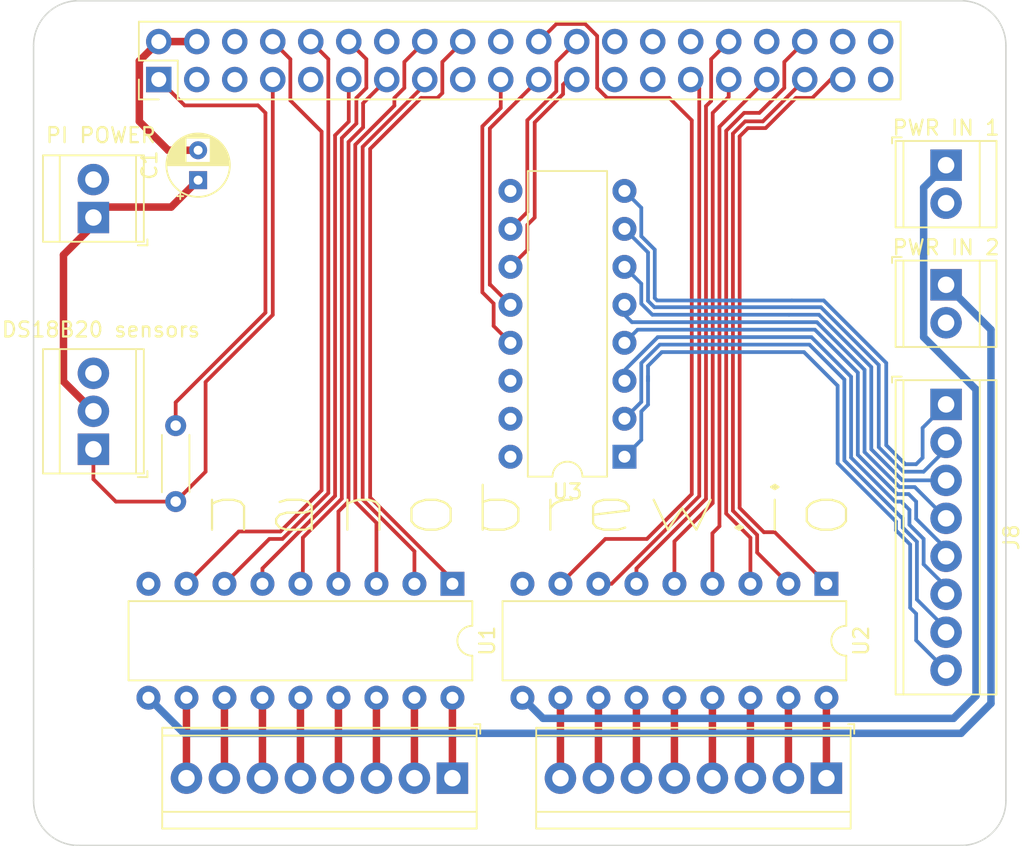
<source format=kicad_pcb>
(kicad_pcb (version 20171130) (host pcbnew "(5.1.7-0-10_14)")

  (general
    (thickness 1.6)
    (drawings 10)
    (tracks 285)
    (zones 0)
    (modules 17)
    (nets 64)
  )

  (page A4)
  (layers
    (0 F.Cu signal)
    (31 B.Cu signal)
    (32 B.Adhes user)
    (33 F.Adhes user)
    (34 B.Paste user)
    (35 F.Paste user)
    (36 B.SilkS user)
    (37 F.SilkS user)
    (38 B.Mask user)
    (39 F.Mask user)
    (40 Dwgs.User user)
    (41 Cmts.User user)
    (42 Eco1.User user)
    (43 Eco2.User user)
    (44 Edge.Cuts user)
    (45 Margin user)
    (46 B.CrtYd user)
    (47 F.CrtYd user)
    (48 B.Fab user)
    (49 F.Fab user)
  )

  (setup
    (last_trace_width 0.5)
    (user_trace_width 0.01)
    (user_trace_width 0.02)
    (user_trace_width 0.05)
    (user_trace_width 0.1)
    (user_trace_width 0.2)
    (user_trace_width 0.5)
    (trace_clearance 0.2)
    (zone_clearance 0.508)
    (zone_45_only no)
    (trace_min 0.01)
    (via_size 0.6)
    (via_drill 0.4)
    (via_min_size 0.4)
    (via_min_drill 0.3)
    (uvia_size 0.3)
    (uvia_drill 0.1)
    (uvias_allowed no)
    (uvia_min_size 0.2)
    (uvia_min_drill 0.1)
    (edge_width 0.1)
    (segment_width 0.2)
    (pcb_text_width 0.3)
    (pcb_text_size 1.5 1.5)
    (mod_edge_width 0.15)
    (mod_text_size 1 1)
    (mod_text_width 0.15)
    (pad_size 2.1 2.1)
    (pad_drill 1.1)
    (pad_to_mask_clearance 0)
    (aux_axis_origin 0 0)
    (visible_elements 7FFEFFFF)
    (pcbplotparams
      (layerselection 0x00030_80000001)
      (usegerberextensions false)
      (usegerberattributes true)
      (usegerberadvancedattributes true)
      (creategerberjobfile true)
      (excludeedgelayer true)
      (linewidth 0.100000)
      (plotframeref false)
      (viasonmask false)
      (mode 1)
      (useauxorigin false)
      (hpglpennumber 1)
      (hpglpenspeed 20)
      (hpglpendiameter 15.000000)
      (psnegative false)
      (psa4output false)
      (plotreference true)
      (plotvalue true)
      (plotinvisibletext false)
      (padsonsilk false)
      (subtractmaskfromsilk false)
      (outputformat 1)
      (mirror false)
      (drillshape 0)
      (scaleselection 1)
      (outputdirectory "meta/"))
  )

  (net 0 "")
  (net 1 GPIO21)
  (net 2 GND)
  (net 3 GPIO20)
  (net 4 GPIO26)
  (net 5 GPIO16)
  (net 6 GPIO19)
  (net 7 GPIO13)
  (net 8 GPIO12)
  (net 9 GPIO06)
  (net 10 GPIO05)
  (net 11 GPIO07)
  (net 12 GPIO08)
  (net 13 GPIO11)
  (net 14 GPIO25)
  (net 15 GPIO09)
  (net 16 GPIO10)
  (net 17 GPIO24)
  (net 18 +3V3)
  (net 19 GPIO23)
  (net 20 GPIO22)
  (net 21 GPIO27)
  (net 22 GPIO18)
  (net 23 GPIO17)
  (net 24 GPIO15)
  (net 25 GPIO14)
  (net 26 GPIO04)
  (net 27 GPIO03)
  (net 28 +5V)
  (net 29 GPIO02)
  (net 30 "Net-(J3-Pad8)")
  (net 31 "Net-(J3-Pad7)")
  (net 32 "Net-(J3-Pad6)")
  (net 33 "Net-(J3-Pad5)")
  (net 34 "Net-(J3-Pad4)")
  (net 35 "Net-(J3-Pad3)")
  (net 36 "Net-(J3-Pad2)")
  (net 37 "Net-(J3-Pad1)")
  (net 38 "Net-(J4-Pad8)")
  (net 39 "Net-(J4-Pad7)")
  (net 40 "Net-(J4-Pad6)")
  (net 41 "Net-(J4-Pad5)")
  (net 42 "Net-(J4-Pad4)")
  (net 43 "Net-(J4-Pad3)")
  (net 44 "Net-(J4-Pad2)")
  (net 45 "Net-(J4-Pad1)")
  (net 46 "Net-(J1-Pad28)")
  (net 47 "Net-(J1-Pad27)")
  (net 48 "Net-(J1-Pad17)")
  (net 49 PWR1)
  (net 50 PWR2)
  (net 51 "Net-(U3-Pad16)")
  (net 52 "Net-(U3-Pad15)")
  (net 53 "Net-(U3-Pad14)")
  (net 54 "Net-(U3-Pad9)")
  (net 55 "Net-(J8-Pad8)")
  (net 56 "Net-(J8-Pad7)")
  (net 57 "Net-(J8-Pad6)")
  (net 58 "Net-(J8-Pad5)")
  (net 59 "Net-(J8-Pad4)")
  (net 60 "Net-(J8-Pad3)")
  (net 61 "Net-(J8-Pad2)")
  (net 62 "Net-(J8-Pad1)")
  (net 63 "Net-(C1-Pad1)")

  (net_class Default "This is the default net class."
    (clearance 0.2)
    (trace_width 0.25)
    (via_dia 0.6)
    (via_drill 0.4)
    (uvia_dia 0.3)
    (uvia_drill 0.1)
    (add_net +3V3)
    (add_net +5V)
    (add_net GND)
    (add_net GPIO02)
    (add_net GPIO03)
    (add_net GPIO04)
    (add_net GPIO05)
    (add_net GPIO06)
    (add_net GPIO07)
    (add_net GPIO08)
    (add_net GPIO09)
    (add_net GPIO10)
    (add_net GPIO11)
    (add_net GPIO12)
    (add_net GPIO13)
    (add_net GPIO14)
    (add_net GPIO15)
    (add_net GPIO16)
    (add_net GPIO17)
    (add_net GPIO18)
    (add_net GPIO19)
    (add_net GPIO20)
    (add_net GPIO21)
    (add_net GPIO22)
    (add_net GPIO23)
    (add_net GPIO24)
    (add_net GPIO25)
    (add_net GPIO26)
    (add_net GPIO27)
    (add_net "Net-(C1-Pad1)")
    (add_net "Net-(J1-Pad17)")
    (add_net "Net-(J1-Pad27)")
    (add_net "Net-(J1-Pad28)")
    (add_net "Net-(J3-Pad1)")
    (add_net "Net-(J3-Pad2)")
    (add_net "Net-(J3-Pad3)")
    (add_net "Net-(J3-Pad4)")
    (add_net "Net-(J3-Pad5)")
    (add_net "Net-(J3-Pad6)")
    (add_net "Net-(J3-Pad7)")
    (add_net "Net-(J3-Pad8)")
    (add_net "Net-(J4-Pad1)")
    (add_net "Net-(J4-Pad2)")
    (add_net "Net-(J4-Pad3)")
    (add_net "Net-(J4-Pad4)")
    (add_net "Net-(J4-Pad5)")
    (add_net "Net-(J4-Pad6)")
    (add_net "Net-(J4-Pad7)")
    (add_net "Net-(J4-Pad8)")
    (add_net "Net-(J8-Pad1)")
    (add_net "Net-(J8-Pad2)")
    (add_net "Net-(J8-Pad3)")
    (add_net "Net-(J8-Pad4)")
    (add_net "Net-(J8-Pad5)")
    (add_net "Net-(J8-Pad6)")
    (add_net "Net-(J8-Pad7)")
    (add_net "Net-(J8-Pad8)")
    (add_net "Net-(U3-Pad14)")
    (add_net "Net-(U3-Pad15)")
    (add_net "Net-(U3-Pad16)")
    (add_net "Net-(U3-Pad9)")
    (add_net PWR1)
    (add_net PWR2)
  )

  (module Capacitor_THT:CP_Radial_D4.0mm_P2.00mm (layer F.Cu) (tedit 5AE50EF0) (tstamp 5FDB5FB0)
    (at 96 74 90)
    (descr "CP, Radial series, Radial, pin pitch=2.00mm, , diameter=4mm, Electrolytic Capacitor")
    (tags "CP Radial series Radial pin pitch 2.00mm  diameter 4mm Electrolytic Capacitor")
    (path /5FDBC239)
    (fp_text reference C1 (at 1 -3.25 90) (layer F.SilkS)
      (effects (font (size 1 1) (thickness 0.15)))
    )
    (fp_text value C_Small (at 1 3.25 90) (layer F.Fab)
      (effects (font (size 1 1) (thickness 0.15)))
    )
    (fp_text user %R (at 1 -1.5 90) (layer F.Fab)
      (effects (font (size 0.8 0.8) (thickness 0.12)))
    )
    (fp_circle (center 1 0) (end 3 0) (layer F.Fab) (width 0.1))
    (fp_circle (center 1 0) (end 3.12 0) (layer F.SilkS) (width 0.12))
    (fp_circle (center 1 0) (end 3.25 0) (layer F.CrtYd) (width 0.05))
    (fp_line (start -0.702554 -0.8675) (end -0.302554 -0.8675) (layer F.Fab) (width 0.1))
    (fp_line (start -0.502554 -1.0675) (end -0.502554 -0.6675) (layer F.Fab) (width 0.1))
    (fp_line (start 1 -2.08) (end 1 2.08) (layer F.SilkS) (width 0.12))
    (fp_line (start 1.04 -2.08) (end 1.04 2.08) (layer F.SilkS) (width 0.12))
    (fp_line (start 1.08 -2.079) (end 1.08 2.079) (layer F.SilkS) (width 0.12))
    (fp_line (start 1.12 -2.077) (end 1.12 2.077) (layer F.SilkS) (width 0.12))
    (fp_line (start 1.16 -2.074) (end 1.16 2.074) (layer F.SilkS) (width 0.12))
    (fp_line (start 1.2 -2.071) (end 1.2 -0.84) (layer F.SilkS) (width 0.12))
    (fp_line (start 1.2 0.84) (end 1.2 2.071) (layer F.SilkS) (width 0.12))
    (fp_line (start 1.24 -2.067) (end 1.24 -0.84) (layer F.SilkS) (width 0.12))
    (fp_line (start 1.24 0.84) (end 1.24 2.067) (layer F.SilkS) (width 0.12))
    (fp_line (start 1.28 -2.062) (end 1.28 -0.84) (layer F.SilkS) (width 0.12))
    (fp_line (start 1.28 0.84) (end 1.28 2.062) (layer F.SilkS) (width 0.12))
    (fp_line (start 1.32 -2.056) (end 1.32 -0.84) (layer F.SilkS) (width 0.12))
    (fp_line (start 1.32 0.84) (end 1.32 2.056) (layer F.SilkS) (width 0.12))
    (fp_line (start 1.36 -2.05) (end 1.36 -0.84) (layer F.SilkS) (width 0.12))
    (fp_line (start 1.36 0.84) (end 1.36 2.05) (layer F.SilkS) (width 0.12))
    (fp_line (start 1.4 -2.042) (end 1.4 -0.84) (layer F.SilkS) (width 0.12))
    (fp_line (start 1.4 0.84) (end 1.4 2.042) (layer F.SilkS) (width 0.12))
    (fp_line (start 1.44 -2.034) (end 1.44 -0.84) (layer F.SilkS) (width 0.12))
    (fp_line (start 1.44 0.84) (end 1.44 2.034) (layer F.SilkS) (width 0.12))
    (fp_line (start 1.48 -2.025) (end 1.48 -0.84) (layer F.SilkS) (width 0.12))
    (fp_line (start 1.48 0.84) (end 1.48 2.025) (layer F.SilkS) (width 0.12))
    (fp_line (start 1.52 -2.016) (end 1.52 -0.84) (layer F.SilkS) (width 0.12))
    (fp_line (start 1.52 0.84) (end 1.52 2.016) (layer F.SilkS) (width 0.12))
    (fp_line (start 1.56 -2.005) (end 1.56 -0.84) (layer F.SilkS) (width 0.12))
    (fp_line (start 1.56 0.84) (end 1.56 2.005) (layer F.SilkS) (width 0.12))
    (fp_line (start 1.6 -1.994) (end 1.6 -0.84) (layer F.SilkS) (width 0.12))
    (fp_line (start 1.6 0.84) (end 1.6 1.994) (layer F.SilkS) (width 0.12))
    (fp_line (start 1.64 -1.982) (end 1.64 -0.84) (layer F.SilkS) (width 0.12))
    (fp_line (start 1.64 0.84) (end 1.64 1.982) (layer F.SilkS) (width 0.12))
    (fp_line (start 1.68 -1.968) (end 1.68 -0.84) (layer F.SilkS) (width 0.12))
    (fp_line (start 1.68 0.84) (end 1.68 1.968) (layer F.SilkS) (width 0.12))
    (fp_line (start 1.721 -1.954) (end 1.721 -0.84) (layer F.SilkS) (width 0.12))
    (fp_line (start 1.721 0.84) (end 1.721 1.954) (layer F.SilkS) (width 0.12))
    (fp_line (start 1.761 -1.94) (end 1.761 -0.84) (layer F.SilkS) (width 0.12))
    (fp_line (start 1.761 0.84) (end 1.761 1.94) (layer F.SilkS) (width 0.12))
    (fp_line (start 1.801 -1.924) (end 1.801 -0.84) (layer F.SilkS) (width 0.12))
    (fp_line (start 1.801 0.84) (end 1.801 1.924) (layer F.SilkS) (width 0.12))
    (fp_line (start 1.841 -1.907) (end 1.841 -0.84) (layer F.SilkS) (width 0.12))
    (fp_line (start 1.841 0.84) (end 1.841 1.907) (layer F.SilkS) (width 0.12))
    (fp_line (start 1.881 -1.889) (end 1.881 -0.84) (layer F.SilkS) (width 0.12))
    (fp_line (start 1.881 0.84) (end 1.881 1.889) (layer F.SilkS) (width 0.12))
    (fp_line (start 1.921 -1.87) (end 1.921 -0.84) (layer F.SilkS) (width 0.12))
    (fp_line (start 1.921 0.84) (end 1.921 1.87) (layer F.SilkS) (width 0.12))
    (fp_line (start 1.961 -1.851) (end 1.961 -0.84) (layer F.SilkS) (width 0.12))
    (fp_line (start 1.961 0.84) (end 1.961 1.851) (layer F.SilkS) (width 0.12))
    (fp_line (start 2.001 -1.83) (end 2.001 -0.84) (layer F.SilkS) (width 0.12))
    (fp_line (start 2.001 0.84) (end 2.001 1.83) (layer F.SilkS) (width 0.12))
    (fp_line (start 2.041 -1.808) (end 2.041 -0.84) (layer F.SilkS) (width 0.12))
    (fp_line (start 2.041 0.84) (end 2.041 1.808) (layer F.SilkS) (width 0.12))
    (fp_line (start 2.081 -1.785) (end 2.081 -0.84) (layer F.SilkS) (width 0.12))
    (fp_line (start 2.081 0.84) (end 2.081 1.785) (layer F.SilkS) (width 0.12))
    (fp_line (start 2.121 -1.76) (end 2.121 -0.84) (layer F.SilkS) (width 0.12))
    (fp_line (start 2.121 0.84) (end 2.121 1.76) (layer F.SilkS) (width 0.12))
    (fp_line (start 2.161 -1.735) (end 2.161 -0.84) (layer F.SilkS) (width 0.12))
    (fp_line (start 2.161 0.84) (end 2.161 1.735) (layer F.SilkS) (width 0.12))
    (fp_line (start 2.201 -1.708) (end 2.201 -0.84) (layer F.SilkS) (width 0.12))
    (fp_line (start 2.201 0.84) (end 2.201 1.708) (layer F.SilkS) (width 0.12))
    (fp_line (start 2.241 -1.68) (end 2.241 -0.84) (layer F.SilkS) (width 0.12))
    (fp_line (start 2.241 0.84) (end 2.241 1.68) (layer F.SilkS) (width 0.12))
    (fp_line (start 2.281 -1.65) (end 2.281 -0.84) (layer F.SilkS) (width 0.12))
    (fp_line (start 2.281 0.84) (end 2.281 1.65) (layer F.SilkS) (width 0.12))
    (fp_line (start 2.321 -1.619) (end 2.321 -0.84) (layer F.SilkS) (width 0.12))
    (fp_line (start 2.321 0.84) (end 2.321 1.619) (layer F.SilkS) (width 0.12))
    (fp_line (start 2.361 -1.587) (end 2.361 -0.84) (layer F.SilkS) (width 0.12))
    (fp_line (start 2.361 0.84) (end 2.361 1.587) (layer F.SilkS) (width 0.12))
    (fp_line (start 2.401 -1.552) (end 2.401 -0.84) (layer F.SilkS) (width 0.12))
    (fp_line (start 2.401 0.84) (end 2.401 1.552) (layer F.SilkS) (width 0.12))
    (fp_line (start 2.441 -1.516) (end 2.441 -0.84) (layer F.SilkS) (width 0.12))
    (fp_line (start 2.441 0.84) (end 2.441 1.516) (layer F.SilkS) (width 0.12))
    (fp_line (start 2.481 -1.478) (end 2.481 -0.84) (layer F.SilkS) (width 0.12))
    (fp_line (start 2.481 0.84) (end 2.481 1.478) (layer F.SilkS) (width 0.12))
    (fp_line (start 2.521 -1.438) (end 2.521 -0.84) (layer F.SilkS) (width 0.12))
    (fp_line (start 2.521 0.84) (end 2.521 1.438) (layer F.SilkS) (width 0.12))
    (fp_line (start 2.561 -1.396) (end 2.561 -0.84) (layer F.SilkS) (width 0.12))
    (fp_line (start 2.561 0.84) (end 2.561 1.396) (layer F.SilkS) (width 0.12))
    (fp_line (start 2.601 -1.351) (end 2.601 -0.84) (layer F.SilkS) (width 0.12))
    (fp_line (start 2.601 0.84) (end 2.601 1.351) (layer F.SilkS) (width 0.12))
    (fp_line (start 2.641 -1.304) (end 2.641 -0.84) (layer F.SilkS) (width 0.12))
    (fp_line (start 2.641 0.84) (end 2.641 1.304) (layer F.SilkS) (width 0.12))
    (fp_line (start 2.681 -1.254) (end 2.681 -0.84) (layer F.SilkS) (width 0.12))
    (fp_line (start 2.681 0.84) (end 2.681 1.254) (layer F.SilkS) (width 0.12))
    (fp_line (start 2.721 -1.2) (end 2.721 -0.84) (layer F.SilkS) (width 0.12))
    (fp_line (start 2.721 0.84) (end 2.721 1.2) (layer F.SilkS) (width 0.12))
    (fp_line (start 2.761 -1.142) (end 2.761 -0.84) (layer F.SilkS) (width 0.12))
    (fp_line (start 2.761 0.84) (end 2.761 1.142) (layer F.SilkS) (width 0.12))
    (fp_line (start 2.801 -1.08) (end 2.801 -0.84) (layer F.SilkS) (width 0.12))
    (fp_line (start 2.801 0.84) (end 2.801 1.08) (layer F.SilkS) (width 0.12))
    (fp_line (start 2.841 -1.013) (end 2.841 1.013) (layer F.SilkS) (width 0.12))
    (fp_line (start 2.881 -0.94) (end 2.881 0.94) (layer F.SilkS) (width 0.12))
    (fp_line (start 2.921 -0.859) (end 2.921 0.859) (layer F.SilkS) (width 0.12))
    (fp_line (start 2.961 -0.768) (end 2.961 0.768) (layer F.SilkS) (width 0.12))
    (fp_line (start 3.001 -0.664) (end 3.001 0.664) (layer F.SilkS) (width 0.12))
    (fp_line (start 3.041 -0.537) (end 3.041 0.537) (layer F.SilkS) (width 0.12))
    (fp_line (start 3.081 -0.37) (end 3.081 0.37) (layer F.SilkS) (width 0.12))
    (fp_line (start -1.269801 -1.195) (end -0.869801 -1.195) (layer F.SilkS) (width 0.12))
    (fp_line (start -1.069801 -1.395) (end -1.069801 -0.995) (layer F.SilkS) (width 0.12))
    (pad 2 thru_hole circle (at 2 0 90) (size 1.2 1.2) (drill 0.6) (layers *.Cu *.Mask)
      (net 28 +5V))
    (pad 1 thru_hole rect (at 0 0 90) (size 1.2 1.2) (drill 0.6) (layers *.Cu *.Mask)
      (net 63 "Net-(C1-Pad1)"))
    (model ${KISYS3DMOD}/Capacitor_THT.3dshapes/CP_Radial_D4.0mm_P2.00mm.wrl
      (at (xyz 0 0 0))
      (scale (xyz 1 1 1))
      (rotate (xyz 0 0 0))
    )
  )

  (module Connector_PinHeader_2.54mm:PinHeader_2x20_P2.54mm_Vertical (layer F.Cu) (tedit 59FED5CC) (tstamp 5F9ECF04)
    (at 93.37 67.27 90)
    (descr "Through hole straight pin header, 2x20, 2.54mm pitch, double rows")
    (tags "Through hole pin header THT 2x20 2.54mm double row")
    (path /5FA8C3F5)
    (fp_text reference J1 (at 1.27 -2.33 90) (layer F.SilkS) hide
      (effects (font (size 1 1) (thickness 0.15)))
    )
    (fp_text value RPi_GPIO (at -2.73 23.63 180) (layer F.Fab)
      (effects (font (size 1 1) (thickness 0.15)))
    )
    (fp_line (start 4.35 -1.8) (end -1.8 -1.8) (layer F.CrtYd) (width 0.05))
    (fp_line (start 4.35 50.05) (end 4.35 -1.8) (layer F.CrtYd) (width 0.05))
    (fp_line (start -1.8 50.05) (end 4.35 50.05) (layer F.CrtYd) (width 0.05))
    (fp_line (start -1.8 -1.8) (end -1.8 50.05) (layer F.CrtYd) (width 0.05))
    (fp_line (start -1.33 -1.33) (end 0 -1.33) (layer F.SilkS) (width 0.12))
    (fp_line (start -1.33 0) (end -1.33 -1.33) (layer F.SilkS) (width 0.12))
    (fp_line (start 1.27 -1.33) (end 3.87 -1.33) (layer F.SilkS) (width 0.12))
    (fp_line (start 1.27 1.27) (end 1.27 -1.33) (layer F.SilkS) (width 0.12))
    (fp_line (start -1.33 1.27) (end 1.27 1.27) (layer F.SilkS) (width 0.12))
    (fp_line (start 3.87 -1.33) (end 3.87 49.59) (layer F.SilkS) (width 0.12))
    (fp_line (start -1.33 1.27) (end -1.33 49.59) (layer F.SilkS) (width 0.12))
    (fp_line (start -1.33 49.59) (end 3.87 49.59) (layer F.SilkS) (width 0.12))
    (fp_line (start -1.27 0) (end 0 -1.27) (layer F.Fab) (width 0.1))
    (fp_line (start -1.27 49.53) (end -1.27 0) (layer F.Fab) (width 0.1))
    (fp_line (start 3.81 49.53) (end -1.27 49.53) (layer F.Fab) (width 0.1))
    (fp_line (start 3.81 -1.27) (end 3.81 49.53) (layer F.Fab) (width 0.1))
    (fp_line (start 0 -1.27) (end 3.81 -1.27) (layer F.Fab) (width 0.1))
    (fp_text user %R (at 1.27 24.13) (layer F.Fab)
      (effects (font (size 1 1) (thickness 0.15)))
    )
    (pad 40 thru_hole oval (at 2.54 48.26 90) (size 1.7 1.7) (drill 1) (layers *.Cu *.Mask)
      (net 1 GPIO21))
    (pad 39 thru_hole oval (at 0 48.26 90) (size 1.7 1.7) (drill 1) (layers *.Cu *.Mask)
      (net 2 GND))
    (pad 38 thru_hole oval (at 2.54 45.72 90) (size 1.7 1.7) (drill 1) (layers *.Cu *.Mask)
      (net 3 GPIO20))
    (pad 37 thru_hole oval (at 0 45.72 90) (size 1.7 1.7) (drill 1) (layers *.Cu *.Mask)
      (net 4 GPIO26))
    (pad 36 thru_hole oval (at 2.54 43.18 90) (size 1.7 1.7) (drill 1) (layers *.Cu *.Mask)
      (net 5 GPIO16))
    (pad 35 thru_hole oval (at 0 43.18 90) (size 1.7 1.7) (drill 1) (layers *.Cu *.Mask)
      (net 6 GPIO19))
    (pad 34 thru_hole oval (at 2.54 40.64 90) (size 1.7 1.7) (drill 1) (layers *.Cu *.Mask)
      (net 2 GND))
    (pad 33 thru_hole oval (at 0 40.64 90) (size 1.7 1.7) (drill 1) (layers *.Cu *.Mask)
      (net 7 GPIO13))
    (pad 32 thru_hole oval (at 2.54 38.1 90) (size 1.7 1.7) (drill 1) (layers *.Cu *.Mask)
      (net 8 GPIO12))
    (pad 31 thru_hole oval (at 0 38.1 90) (size 1.7 1.7) (drill 1) (layers *.Cu *.Mask)
      (net 9 GPIO06))
    (pad 30 thru_hole oval (at 2.54 35.56 90) (size 1.7 1.7) (drill 1) (layers *.Cu *.Mask)
      (net 2 GND))
    (pad 29 thru_hole oval (at 0 35.56 90) (size 1.7 1.7) (drill 1) (layers *.Cu *.Mask)
      (net 10 GPIO05))
    (pad 28 thru_hole oval (at 2.54 33.02 90) (size 1.7 1.7) (drill 1) (layers *.Cu *.Mask)
      (net 46 "Net-(J1-Pad28)"))
    (pad 27 thru_hole oval (at 0 33.02 90) (size 1.7 1.7) (drill 1) (layers *.Cu *.Mask)
      (net 47 "Net-(J1-Pad27)"))
    (pad 26 thru_hole oval (at 2.54 30.48 90) (size 1.7 1.7) (drill 1) (layers *.Cu *.Mask)
      (net 11 GPIO07))
    (pad 25 thru_hole oval (at 0 30.48 90) (size 1.7 1.7) (drill 1) (layers *.Cu *.Mask)
      (net 2 GND))
    (pad 24 thru_hole oval (at 2.54 27.94 90) (size 1.7 1.7) (drill 1) (layers *.Cu *.Mask)
      (net 12 GPIO08))
    (pad 23 thru_hole oval (at 0 27.94 90) (size 1.7 1.7) (drill 1) (layers *.Cu *.Mask)
      (net 13 GPIO11))
    (pad 22 thru_hole oval (at 2.54 25.4 90) (size 1.7 1.7) (drill 1) (layers *.Cu *.Mask)
      (net 14 GPIO25))
    (pad 21 thru_hole oval (at 0 25.4 90) (size 1.7 1.7) (drill 1) (layers *.Cu *.Mask)
      (net 15 GPIO09))
    (pad 20 thru_hole oval (at 2.54 22.86 90) (size 1.7 1.7) (drill 1) (layers *.Cu *.Mask)
      (net 2 GND))
    (pad 19 thru_hole oval (at 0 22.86 90) (size 1.7 1.7) (drill 1) (layers *.Cu *.Mask)
      (net 16 GPIO10))
    (pad 18 thru_hole oval (at 2.54 20.32 90) (size 1.7 1.7) (drill 1) (layers *.Cu *.Mask)
      (net 17 GPIO24))
    (pad 17 thru_hole oval (at 0 20.32 90) (size 1.7 1.7) (drill 1) (layers *.Cu *.Mask)
      (net 48 "Net-(J1-Pad17)"))
    (pad 16 thru_hole oval (at 2.54 17.78 90) (size 1.7 1.7) (drill 1) (layers *.Cu *.Mask)
      (net 19 GPIO23))
    (pad 15 thru_hole oval (at 0 17.78 90) (size 1.7 1.7) (drill 1) (layers *.Cu *.Mask)
      (net 20 GPIO22))
    (pad 14 thru_hole oval (at 2.54 15.24 90) (size 1.7 1.7) (drill 1) (layers *.Cu *.Mask)
      (net 2 GND))
    (pad 13 thru_hole oval (at 0 15.24 90) (size 1.7 1.7) (drill 1) (layers *.Cu *.Mask)
      (net 21 GPIO27))
    (pad 12 thru_hole oval (at 2.54 12.7 90) (size 1.7 1.7) (drill 1) (layers *.Cu *.Mask)
      (net 22 GPIO18))
    (pad 11 thru_hole oval (at 0 12.7 90) (size 1.7 1.7) (drill 1) (layers *.Cu *.Mask)
      (net 23 GPIO17))
    (pad 10 thru_hole oval (at 2.54 10.16 90) (size 1.7 1.7) (drill 1) (layers *.Cu *.Mask)
      (net 24 GPIO15))
    (pad 9 thru_hole oval (at 0 10.16 90) (size 1.7 1.7) (drill 1) (layers *.Cu *.Mask)
      (net 2 GND))
    (pad 8 thru_hole oval (at 2.54 7.62 90) (size 1.7 1.7) (drill 1) (layers *.Cu *.Mask)
      (net 25 GPIO14))
    (pad 7 thru_hole oval (at 0 7.62 90) (size 1.7 1.7) (drill 1) (layers *.Cu *.Mask)
      (net 26 GPIO04))
    (pad 6 thru_hole oval (at 2.54 5.08 90) (size 1.7 1.7) (drill 1) (layers *.Cu *.Mask)
      (net 2 GND))
    (pad 5 thru_hole oval (at 0 5.08 90) (size 1.7 1.7) (drill 1) (layers *.Cu *.Mask)
      (net 27 GPIO03))
    (pad 4 thru_hole oval (at 2.54 2.54 90) (size 1.7 1.7) (drill 1) (layers *.Cu *.Mask)
      (net 28 +5V))
    (pad 3 thru_hole oval (at 0 2.54 90) (size 1.7 1.7) (drill 1) (layers *.Cu *.Mask)
      (net 29 GPIO02))
    (pad 2 thru_hole oval (at 2.54 0 90) (size 1.7 1.7) (drill 1) (layers *.Cu *.Mask)
      (net 28 +5V))
    (pad 1 thru_hole rect (at 0 0 90) (size 1.7 1.7) (drill 1) (layers *.Cu *.Mask)
      (net 18 +3V3))
    (model ${KISYS3DMOD}/Connector_PinHeader_2.54mm.3dshapes/PinHeader_2x20_P2.54mm_Vertical.wrl
      (at (xyz 0 0 0))
      (scale (xyz 1 1 1))
      (rotate (xyz 0 0 0))
    )
  )

  (module Resistor_THT:R_Axial_DIN0204_L3.6mm_D1.6mm_P5.08mm_Horizontal (layer F.Cu) (tedit 5AE5139B) (tstamp 5FA87963)
    (at 94.5 95.5 90)
    (descr "Resistor, Axial_DIN0204 series, Axial, Horizontal, pin pitch=5.08mm, 0.167W, length*diameter=3.6*1.6mm^2, http://cdn-reichelt.de/documents/datenblatt/B400/1_4W%23YAG.pdf")
    (tags "Resistor Axial_DIN0204 series Axial Horizontal pin pitch 5.08mm 0.167W length 3.6mm diameter 1.6mm")
    (path /5FAAE894)
    (fp_text reference R1 (at -1.5 0 180) (layer F.SilkS) hide
      (effects (font (size 1 1) (thickness 0.15)))
    )
    (fp_text value 3K3 (at 2.54 1.92 90) (layer F.Fab)
      (effects (font (size 1 1) (thickness 0.15)))
    )
    (fp_line (start 6.03 -1.05) (end -0.95 -1.05) (layer F.CrtYd) (width 0.05))
    (fp_line (start 6.03 1.05) (end 6.03 -1.05) (layer F.CrtYd) (width 0.05))
    (fp_line (start -0.95 1.05) (end 6.03 1.05) (layer F.CrtYd) (width 0.05))
    (fp_line (start -0.95 -1.05) (end -0.95 1.05) (layer F.CrtYd) (width 0.05))
    (fp_line (start 0.62 0.92) (end 4.46 0.92) (layer F.SilkS) (width 0.12))
    (fp_line (start 0.62 -0.92) (end 4.46 -0.92) (layer F.SilkS) (width 0.12))
    (fp_line (start 5.08 0) (end 4.34 0) (layer F.Fab) (width 0.1))
    (fp_line (start 0 0) (end 0.74 0) (layer F.Fab) (width 0.1))
    (fp_line (start 4.34 -0.8) (end 0.74 -0.8) (layer F.Fab) (width 0.1))
    (fp_line (start 4.34 0.8) (end 4.34 -0.8) (layer F.Fab) (width 0.1))
    (fp_line (start 0.74 0.8) (end 4.34 0.8) (layer F.Fab) (width 0.1))
    (fp_line (start 0.74 -0.8) (end 0.74 0.8) (layer F.Fab) (width 0.1))
    (fp_text user %R (at 2.5 0 90) (layer F.Fab)
      (effects (font (size 0.72 0.72) (thickness 0.108)))
    )
    (pad 2 thru_hole oval (at 5.08 0 90) (size 1.4 1.4) (drill 0.7) (layers *.Cu *.Mask)
      (net 18 +3V3))
    (pad 1 thru_hole circle (at 0 0 90) (size 1.4 1.4) (drill 0.7) (layers *.Cu *.Mask)
      (net 26 GPIO04))
    (model ${KISYS3DMOD}/Resistor_THT.3dshapes/R_Axial_DIN0204_L3.6mm_D1.6mm_P5.08mm_Horizontal.wrl
      (at (xyz 0 0 0))
      (scale (xyz 1 1 1))
      (rotate (xyz 0 0 0))
    )
  )

  (module TerminalBlock_TE-Connectivity:TerminalBlock_TE_282834-8_1x08_P2.54mm_Horizontal (layer F.Cu) (tedit 5B1EC514) (tstamp 5FA8843E)
    (at 146 89 270)
    (descr "Terminal Block TE 282834-8, 8 pins, pitch 2.54mm, size 20.78x6.5mm^2, drill diamater 1.1mm, pad diameter 2.1mm, see http://www.te.com/commerce/DocumentDelivery/DDEController?Action=showdoc&DocId=Customer+Drawing%7F282834%7FC1%7Fpdf%7FEnglish%7FENG_CD_282834_C1.pdf, script-generated using https://github.com/pointhi/kicad-footprint-generator/scripts/TerminalBlock_TE-Connectivity")
    (tags "THT Terminal Block TE 282834-8 pitch 2.54mm size 20.78x6.5mm^2 drill 1.1mm pad 2.1mm")
    (path /5FAEB291)
    (fp_text reference J8 (at 8.89 -4.37 90) (layer F.SilkS)
      (effects (font (size 1 1) (thickness 0.15)))
    )
    (fp_text value adc_terminal (at 8.89 4.37 90) (layer F.Fab)
      (effects (font (size 1 1) (thickness 0.15)))
    )
    (fp_circle (center 0 0) (end 1.1 0) (layer F.Fab) (width 0.1))
    (fp_circle (center 2.54 0) (end 3.64 0) (layer F.Fab) (width 0.1))
    (fp_circle (center 5.08 0) (end 6.18 0) (layer F.Fab) (width 0.1))
    (fp_circle (center 7.62 0) (end 8.72 0) (layer F.Fab) (width 0.1))
    (fp_circle (center 10.16 0) (end 11.26 0) (layer F.Fab) (width 0.1))
    (fp_circle (center 12.7 0) (end 13.8 0) (layer F.Fab) (width 0.1))
    (fp_circle (center 15.24 0) (end 16.34 0) (layer F.Fab) (width 0.1))
    (fp_circle (center 17.78 0) (end 18.88 0) (layer F.Fab) (width 0.1))
    (fp_line (start -1.5 -3.25) (end 19.28 -3.25) (layer F.Fab) (width 0.1))
    (fp_line (start 19.28 -3.25) (end 19.28 3.25) (layer F.Fab) (width 0.1))
    (fp_line (start 19.28 3.25) (end -1.1 3.25) (layer F.Fab) (width 0.1))
    (fp_line (start -1.1 3.25) (end -1.5 2.85) (layer F.Fab) (width 0.1))
    (fp_line (start -1.5 2.85) (end -1.5 -3.25) (layer F.Fab) (width 0.1))
    (fp_line (start -1.5 2.85) (end 19.28 2.85) (layer F.Fab) (width 0.1))
    (fp_line (start -1.62 2.85) (end 19.4 2.85) (layer F.SilkS) (width 0.12))
    (fp_line (start -1.5 -2.25) (end 19.28 -2.25) (layer F.Fab) (width 0.1))
    (fp_line (start -1.62 -2.25) (end 19.4 -2.25) (layer F.SilkS) (width 0.12))
    (fp_line (start -1.62 -3.37) (end 19.4 -3.37) (layer F.SilkS) (width 0.12))
    (fp_line (start -1.62 3.37) (end 19.4 3.37) (layer F.SilkS) (width 0.12))
    (fp_line (start -1.62 -3.37) (end -1.62 3.37) (layer F.SilkS) (width 0.12))
    (fp_line (start 19.4 -3.37) (end 19.4 3.37) (layer F.SilkS) (width 0.12))
    (fp_line (start 0.835 -0.7) (end -0.701 0.835) (layer F.Fab) (width 0.1))
    (fp_line (start 0.701 -0.835) (end -0.835 0.7) (layer F.Fab) (width 0.1))
    (fp_line (start 3.375 -0.7) (end 1.84 0.835) (layer F.Fab) (width 0.1))
    (fp_line (start 3.241 -0.835) (end 1.706 0.7) (layer F.Fab) (width 0.1))
    (fp_line (start 5.915 -0.7) (end 4.38 0.835) (layer F.Fab) (width 0.1))
    (fp_line (start 5.781 -0.835) (end 4.246 0.7) (layer F.Fab) (width 0.1))
    (fp_line (start 8.455 -0.7) (end 6.92 0.835) (layer F.Fab) (width 0.1))
    (fp_line (start 8.321 -0.835) (end 6.786 0.7) (layer F.Fab) (width 0.1))
    (fp_line (start 10.995 -0.7) (end 9.46 0.835) (layer F.Fab) (width 0.1))
    (fp_line (start 10.861 -0.835) (end 9.326 0.7) (layer F.Fab) (width 0.1))
    (fp_line (start 13.535 -0.7) (end 12 0.835) (layer F.Fab) (width 0.1))
    (fp_line (start 13.401 -0.835) (end 11.866 0.7) (layer F.Fab) (width 0.1))
    (fp_line (start 16.075 -0.7) (end 14.54 0.835) (layer F.Fab) (width 0.1))
    (fp_line (start 15.941 -0.835) (end 14.406 0.7) (layer F.Fab) (width 0.1))
    (fp_line (start 18.615 -0.7) (end 17.08 0.835) (layer F.Fab) (width 0.1))
    (fp_line (start 18.481 -0.835) (end 16.946 0.7) (layer F.Fab) (width 0.1))
    (fp_line (start -1.86 2.97) (end -1.86 3.61) (layer F.SilkS) (width 0.12))
    (fp_line (start -1.86 3.61) (end -1.46 3.61) (layer F.SilkS) (width 0.12))
    (fp_line (start -2 -3.75) (end -2 3.75) (layer F.CrtYd) (width 0.05))
    (fp_line (start -2 3.75) (end 19.78 3.75) (layer F.CrtYd) (width 0.05))
    (fp_line (start 19.78 3.75) (end 19.78 -3.75) (layer F.CrtYd) (width 0.05))
    (fp_line (start 19.78 -3.75) (end -2 -3.75) (layer F.CrtYd) (width 0.05))
    (fp_text user %R (at 8.89 2 90) (layer F.Fab)
      (effects (font (size 1 1) (thickness 0.15)))
    )
    (pad 8 thru_hole circle (at 17.78 0 270) (size 2.1 2.1) (drill 1.1) (layers *.Cu *.Mask)
      (net 55 "Net-(J8-Pad8)"))
    (pad 7 thru_hole circle (at 15.24 0 270) (size 2.1 2.1) (drill 1.1) (layers *.Cu *.Mask)
      (net 56 "Net-(J8-Pad7)"))
    (pad 6 thru_hole circle (at 12.7 0 270) (size 2.1 2.1) (drill 1.1) (layers *.Cu *.Mask)
      (net 57 "Net-(J8-Pad6)"))
    (pad 5 thru_hole circle (at 10.16 0 270) (size 2.1 2.1) (drill 1.1) (layers *.Cu *.Mask)
      (net 58 "Net-(J8-Pad5)"))
    (pad 4 thru_hole circle (at 7.62 0 270) (size 2.1 2.1) (drill 1.1) (layers *.Cu *.Mask)
      (net 59 "Net-(J8-Pad4)"))
    (pad 3 thru_hole circle (at 5.08 0 270) (size 2.1 2.1) (drill 1.1) (layers *.Cu *.Mask)
      (net 60 "Net-(J8-Pad3)"))
    (pad 2 thru_hole circle (at 2.54 0 270) (size 2.1 2.1) (drill 1.1) (layers *.Cu *.Mask)
      (net 61 "Net-(J8-Pad2)"))
    (pad 1 thru_hole rect (at 0 0 270) (size 2.1 2.1) (drill 1.1) (layers *.Cu *.Mask)
      (net 62 "Net-(J8-Pad1)"))
    (model ${KISYS3DMOD}/TerminalBlock_TE-Connectivity.3dshapes/TerminalBlock_TE_282834-8_1x08_P2.54mm_Horizontal.wrl
      (at (xyz 0 0 0))
      (scale (xyz 1 1 1))
      (rotate (xyz 0 0 0))
    )
  )

  (module Package_DIP:DIP-16_W7.62mm (layer F.Cu) (tedit 5A02E8C5) (tstamp 5FA873D9)
    (at 124.5 92.5 180)
    (descr "16-lead though-hole mounted DIP package, row spacing 7.62 mm (300 mils)")
    (tags "THT DIP DIL PDIP 2.54mm 7.62mm 300mil")
    (path /5FABE853)
    (fp_text reference U3 (at 3.81 -2.33) (layer F.SilkS)
      (effects (font (size 1 1) (thickness 0.15)))
    )
    (fp_text value MCP3008 (at 3.81 20.11) (layer F.Fab)
      (effects (font (size 1 1) (thickness 0.15)))
    )
    (fp_line (start 8.7 -1.55) (end -1.1 -1.55) (layer F.CrtYd) (width 0.05))
    (fp_line (start 8.7 19.3) (end 8.7 -1.55) (layer F.CrtYd) (width 0.05))
    (fp_line (start -1.1 19.3) (end 8.7 19.3) (layer F.CrtYd) (width 0.05))
    (fp_line (start -1.1 -1.55) (end -1.1 19.3) (layer F.CrtYd) (width 0.05))
    (fp_line (start 6.46 -1.33) (end 4.81 -1.33) (layer F.SilkS) (width 0.12))
    (fp_line (start 6.46 19.11) (end 6.46 -1.33) (layer F.SilkS) (width 0.12))
    (fp_line (start 1.16 19.11) (end 6.46 19.11) (layer F.SilkS) (width 0.12))
    (fp_line (start 1.16 -1.33) (end 1.16 19.11) (layer F.SilkS) (width 0.12))
    (fp_line (start 2.81 -1.33) (end 1.16 -1.33) (layer F.SilkS) (width 0.12))
    (fp_line (start 0.635 -0.27) (end 1.635 -1.27) (layer F.Fab) (width 0.1))
    (fp_line (start 0.635 19.05) (end 0.635 -0.27) (layer F.Fab) (width 0.1))
    (fp_line (start 6.985 19.05) (end 0.635 19.05) (layer F.Fab) (width 0.1))
    (fp_line (start 6.985 -1.27) (end 6.985 19.05) (layer F.Fab) (width 0.1))
    (fp_line (start 1.635 -1.27) (end 6.985 -1.27) (layer F.Fab) (width 0.1))
    (fp_text user %R (at 3.81 8.89) (layer F.Fab)
      (effects (font (size 1 1) (thickness 0.15)))
    )
    (fp_arc (start 3.81 -1.33) (end 2.81 -1.33) (angle -180) (layer F.SilkS) (width 0.12))
    (pad 16 thru_hole oval (at 7.62 0 180) (size 1.6 1.6) (drill 0.8) (layers *.Cu *.Mask)
      (net 51 "Net-(U3-Pad16)"))
    (pad 8 thru_hole oval (at 0 17.78 180) (size 1.6 1.6) (drill 0.8) (layers *.Cu *.Mask)
      (net 62 "Net-(J8-Pad1)"))
    (pad 15 thru_hole oval (at 7.62 2.54 180) (size 1.6 1.6) (drill 0.8) (layers *.Cu *.Mask)
      (net 52 "Net-(U3-Pad15)"))
    (pad 7 thru_hole oval (at 0 15.24 180) (size 1.6 1.6) (drill 0.8) (layers *.Cu *.Mask)
      (net 61 "Net-(J8-Pad2)"))
    (pad 14 thru_hole oval (at 7.62 5.08 180) (size 1.6 1.6) (drill 0.8) (layers *.Cu *.Mask)
      (net 53 "Net-(U3-Pad14)"))
    (pad 6 thru_hole oval (at 0 12.7 180) (size 1.6 1.6) (drill 0.8) (layers *.Cu *.Mask)
      (net 60 "Net-(J8-Pad3)"))
    (pad 13 thru_hole oval (at 7.62 7.62 180) (size 1.6 1.6) (drill 0.8) (layers *.Cu *.Mask)
      (net 16 GPIO10))
    (pad 5 thru_hole oval (at 0 10.16 180) (size 1.6 1.6) (drill 0.8) (layers *.Cu *.Mask)
      (net 59 "Net-(J8-Pad4)"))
    (pad 12 thru_hole oval (at 7.62 10.16 180) (size 1.6 1.6) (drill 0.8) (layers *.Cu *.Mask)
      (net 15 GPIO09))
    (pad 4 thru_hole oval (at 0 7.62 180) (size 1.6 1.6) (drill 0.8) (layers *.Cu *.Mask)
      (net 58 "Net-(J8-Pad5)"))
    (pad 11 thru_hole oval (at 7.62 12.7 180) (size 1.6 1.6) (drill 0.8) (layers *.Cu *.Mask)
      (net 13 GPIO11))
    (pad 3 thru_hole oval (at 0 5.08 180) (size 1.6 1.6) (drill 0.8) (layers *.Cu *.Mask)
      (net 57 "Net-(J8-Pad6)"))
    (pad 10 thru_hole oval (at 7.62 15.24 180) (size 1.6 1.6) (drill 0.8) (layers *.Cu *.Mask)
      (net 12 GPIO08))
    (pad 2 thru_hole oval (at 0 2.54 180) (size 1.6 1.6) (drill 0.8) (layers *.Cu *.Mask)
      (net 56 "Net-(J8-Pad7)"))
    (pad 9 thru_hole oval (at 7.62 17.78 180) (size 1.6 1.6) (drill 0.8) (layers *.Cu *.Mask)
      (net 54 "Net-(U3-Pad9)"))
    (pad 1 thru_hole rect (at 0 0 180) (size 1.6 1.6) (drill 0.8) (layers *.Cu *.Mask)
      (net 55 "Net-(J8-Pad8)"))
    (model ${KISYS3DMOD}/Package_DIP.3dshapes/DIP-16_W7.62mm.wrl
      (at (xyz 0 0 0))
      (scale (xyz 1 1 1))
      (rotate (xyz 0 0 0))
    )
  )

  (module TerminalBlock_TE-Connectivity:TerminalBlock_TE_282834-2_1x02_P2.54mm_Horizontal (layer F.Cu) (tedit 5B1EC513) (tstamp 5FA7AD74)
    (at 146 81 270)
    (descr "Terminal Block TE 282834-2, 2 pins, pitch 2.54mm, size 5.54x6.5mm^2, drill diamater 1.1mm, pad diameter 2.1mm, see http://www.te.com/commerce/DocumentDelivery/DDEController?Action=showdoc&DocId=Customer+Drawing%7F282834%7FC1%7Fpdf%7FEnglish%7FENG_CD_282834_C1.pdf, script-generated using https://github.com/pointhi/kicad-footprint-generator/scripts/TerminalBlock_TE-Connectivity")
    (tags "THT Terminal Block TE 282834-2 pitch 2.54mm size 5.54x6.5mm^2 drill 1.1mm pad 2.1mm")
    (path /5FA9B7EF)
    (fp_text reference J7 (at 1 4.5 90) (layer F.SilkS) hide
      (effects (font (size 1 1) (thickness 0.15)))
    )
    (fp_text value "PWR IN 2" (at -2.5 0 180) (layer F.SilkS)
      (effects (font (size 1 1) (thickness 0.15)))
    )
    (fp_circle (center 0 0) (end 1.1 0) (layer F.Fab) (width 0.1))
    (fp_circle (center 2.54 0) (end 3.64 0) (layer F.Fab) (width 0.1))
    (fp_line (start -1.5 -3.25) (end 4.04 -3.25) (layer F.Fab) (width 0.1))
    (fp_line (start 4.04 -3.25) (end 4.04 3.25) (layer F.Fab) (width 0.1))
    (fp_line (start 4.04 3.25) (end -1.1 3.25) (layer F.Fab) (width 0.1))
    (fp_line (start -1.1 3.25) (end -1.5 2.85) (layer F.Fab) (width 0.1))
    (fp_line (start -1.5 2.85) (end -1.5 -3.25) (layer F.Fab) (width 0.1))
    (fp_line (start -1.5 2.85) (end 4.04 2.85) (layer F.Fab) (width 0.1))
    (fp_line (start -1.62 2.85) (end 4.16 2.85) (layer F.SilkS) (width 0.12))
    (fp_line (start -1.5 -2.25) (end 4.04 -2.25) (layer F.Fab) (width 0.1))
    (fp_line (start -1.62 -2.25) (end 4.16 -2.25) (layer F.SilkS) (width 0.12))
    (fp_line (start -1.62 -3.37) (end 4.16 -3.37) (layer F.SilkS) (width 0.12))
    (fp_line (start -1.62 3.37) (end 4.16 3.37) (layer F.SilkS) (width 0.12))
    (fp_line (start -1.62 -3.37) (end -1.62 3.37) (layer F.SilkS) (width 0.12))
    (fp_line (start 4.16 -3.37) (end 4.16 3.37) (layer F.SilkS) (width 0.12))
    (fp_line (start 0.835 -0.7) (end -0.701 0.835) (layer F.Fab) (width 0.1))
    (fp_line (start 0.701 -0.835) (end -0.835 0.7) (layer F.Fab) (width 0.1))
    (fp_line (start 3.375 -0.7) (end 1.84 0.835) (layer F.Fab) (width 0.1))
    (fp_line (start 3.241 -0.835) (end 1.706 0.7) (layer F.Fab) (width 0.1))
    (fp_line (start -1.86 2.97) (end -1.86 3.61) (layer F.SilkS) (width 0.12))
    (fp_line (start -1.86 3.61) (end -1.46 3.61) (layer F.SilkS) (width 0.12))
    (fp_line (start -2 -3.75) (end -2 3.75) (layer F.CrtYd) (width 0.05))
    (fp_line (start -2 3.75) (end 4.54 3.75) (layer F.CrtYd) (width 0.05))
    (fp_line (start 4.54 3.75) (end 4.54 -3.75) (layer F.CrtYd) (width 0.05))
    (fp_line (start 4.54 -3.75) (end -2 -3.75) (layer F.CrtYd) (width 0.05))
    (fp_text user %R (at 1.27 2 90) (layer F.Fab)
      (effects (font (size 1 1) (thickness 0.15)))
    )
    (pad 2 thru_hole circle (at 2.54 0 270) (size 2.1 2.1) (drill 1.1) (layers *.Cu *.Mask)
      (net 2 GND))
    (pad 1 thru_hole rect (at 0 0 270) (size 2.1 2.1) (drill 1.1) (layers *.Cu *.Mask)
      (net 50 PWR2))
    (model ${KISYS3DMOD}/TerminalBlock_TE-Connectivity.3dshapes/TerminalBlock_TE_282834-2_1x02_P2.54mm_Horizontal.wrl
      (at (xyz 0 0 0))
      (scale (xyz 1 1 1))
      (rotate (xyz 0 0 0))
    )
  )

  (module Package_DIP:DIP-18_W7.62mm (layer F.Cu) (tedit 5A02E8C5) (tstamp 5FA79CA4)
    (at 138 101 270)
    (descr "18-lead though-hole mounted DIP package, row spacing 7.62 mm (300 mils)")
    (tags "THT DIP DIL PDIP 2.54mm 7.62mm 300mil")
    (path /5FAAB2C9)
    (fp_text reference U2 (at 3.81 -2.33 90) (layer F.SilkS)
      (effects (font (size 1 1) (thickness 0.15)))
    )
    (fp_text value ULN2803A (at 3.81 22.65 90) (layer F.Fab)
      (effects (font (size 1 1) (thickness 0.15)))
    )
    (fp_line (start 8.7 -1.55) (end -1.1 -1.55) (layer F.CrtYd) (width 0.05))
    (fp_line (start 8.7 21.85) (end 8.7 -1.55) (layer F.CrtYd) (width 0.05))
    (fp_line (start -1.1 21.85) (end 8.7 21.85) (layer F.CrtYd) (width 0.05))
    (fp_line (start -1.1 -1.55) (end -1.1 21.85) (layer F.CrtYd) (width 0.05))
    (fp_line (start 6.46 -1.33) (end 4.81 -1.33) (layer F.SilkS) (width 0.12))
    (fp_line (start 6.46 21.65) (end 6.46 -1.33) (layer F.SilkS) (width 0.12))
    (fp_line (start 1.16 21.65) (end 6.46 21.65) (layer F.SilkS) (width 0.12))
    (fp_line (start 1.16 -1.33) (end 1.16 21.65) (layer F.SilkS) (width 0.12))
    (fp_line (start 2.81 -1.33) (end 1.16 -1.33) (layer F.SilkS) (width 0.12))
    (fp_line (start 0.635 -0.27) (end 1.635 -1.27) (layer F.Fab) (width 0.1))
    (fp_line (start 0.635 21.59) (end 0.635 -0.27) (layer F.Fab) (width 0.1))
    (fp_line (start 6.985 21.59) (end 0.635 21.59) (layer F.Fab) (width 0.1))
    (fp_line (start 6.985 -1.27) (end 6.985 21.59) (layer F.Fab) (width 0.1))
    (fp_line (start 1.635 -1.27) (end 6.985 -1.27) (layer F.Fab) (width 0.1))
    (fp_text user %R (at 3.81 10.16 90) (layer F.Fab)
      (effects (font (size 1 1) (thickness 0.15)))
    )
    (fp_arc (start 3.81 -1.33) (end 2.81 -1.33) (angle -180) (layer F.SilkS) (width 0.12))
    (pad 18 thru_hole oval (at 7.62 0 270) (size 1.6 1.6) (drill 0.8) (layers *.Cu *.Mask)
      (net 45 "Net-(J4-Pad1)"))
    (pad 9 thru_hole oval (at 0 20.32 270) (size 1.6 1.6) (drill 0.8) (layers *.Cu *.Mask)
      (net 2 GND))
    (pad 17 thru_hole oval (at 7.62 2.54 270) (size 1.6 1.6) (drill 0.8) (layers *.Cu *.Mask)
      (net 44 "Net-(J4-Pad2)"))
    (pad 8 thru_hole oval (at 0 17.78 270) (size 1.6 1.6) (drill 0.8) (layers *.Cu *.Mask)
      (net 14 GPIO25))
    (pad 16 thru_hole oval (at 7.62 5.08 270) (size 1.6 1.6) (drill 0.8) (layers *.Cu *.Mask)
      (net 43 "Net-(J4-Pad3)"))
    (pad 7 thru_hole oval (at 0 15.24 270) (size 1.6 1.6) (drill 0.8) (layers *.Cu *.Mask)
      (net 10 GPIO05))
    (pad 15 thru_hole oval (at 7.62 7.62 270) (size 1.6 1.6) (drill 0.8) (layers *.Cu *.Mask)
      (net 42 "Net-(J4-Pad4)"))
    (pad 6 thru_hole oval (at 0 12.7 270) (size 1.6 1.6) (drill 0.8) (layers *.Cu *.Mask)
      (net 8 GPIO12))
    (pad 14 thru_hole oval (at 7.62 10.16 270) (size 1.6 1.6) (drill 0.8) (layers *.Cu *.Mask)
      (net 41 "Net-(J4-Pad5)"))
    (pad 5 thru_hole oval (at 0 10.16 270) (size 1.6 1.6) (drill 0.8) (layers *.Cu *.Mask)
      (net 9 GPIO06))
    (pad 13 thru_hole oval (at 7.62 12.7 270) (size 1.6 1.6) (drill 0.8) (layers *.Cu *.Mask)
      (net 40 "Net-(J4-Pad6)"))
    (pad 4 thru_hole oval (at 0 7.62 270) (size 1.6 1.6) (drill 0.8) (layers *.Cu *.Mask)
      (net 7 GPIO13))
    (pad 12 thru_hole oval (at 7.62 15.24 270) (size 1.6 1.6) (drill 0.8) (layers *.Cu *.Mask)
      (net 39 "Net-(J4-Pad7)"))
    (pad 3 thru_hole oval (at 0 5.08 270) (size 1.6 1.6) (drill 0.8) (layers *.Cu *.Mask)
      (net 5 GPIO16))
    (pad 11 thru_hole oval (at 7.62 17.78 270) (size 1.6 1.6) (drill 0.8) (layers *.Cu *.Mask)
      (net 38 "Net-(J4-Pad8)"))
    (pad 2 thru_hole oval (at 0 2.54 270) (size 1.6 1.6) (drill 0.8) (layers *.Cu *.Mask)
      (net 6 GPIO19))
    (pad 10 thru_hole oval (at 7.62 20.32 270) (size 1.6 1.6) (drill 0.8) (layers *.Cu *.Mask)
      (net 49 PWR1))
    (pad 1 thru_hole rect (at 0 0 270) (size 1.6 1.6) (drill 0.8) (layers *.Cu *.Mask)
      (net 4 GPIO26))
    (model ${KISYS3DMOD}/Package_DIP.3dshapes/DIP-18_W7.62mm.wrl
      (at (xyz 0 0 0))
      (scale (xyz 1 1 1))
      (rotate (xyz 0 0 0))
    )
  )

  (module TerminalBlock_TE-Connectivity:TerminalBlock_TE_282834-2_1x02_P2.54mm_Horizontal (layer F.Cu) (tedit 5B1EC513) (tstamp 5F9ECA03)
    (at 89 76.5 90)
    (descr "Terminal Block TE 282834-2, 2 pins, pitch 2.54mm, size 5.54x6.5mm^2, drill diamater 1.1mm, pad diameter 2.1mm, see http://www.te.com/commerce/DocumentDelivery/DDEController?Action=showdoc&DocId=Customer+Drawing%7F282834%7FC1%7Fpdf%7FEnglish%7FENG_CD_282834_C1.pdf, script-generated using https://github.com/pointhi/kicad-footprint-generator/scripts/TerminalBlock_TE-Connectivity")
    (tags "THT Terminal Block TE 282834-2 pitch 2.54mm size 5.54x6.5mm^2 drill 1.1mm pad 2.1mm")
    (path /5FA14725)
    (fp_text reference J6 (at 1.27 -4.37 90) (layer F.SilkS) hide
      (effects (font (size 1 1) (thickness 0.15)))
    )
    (fp_text value "PI POWER" (at 5.5 0.5 180) (layer F.SilkS)
      (effects (font (size 1 1) (thickness 0.15)))
    )
    (fp_line (start 4.54 -3.75) (end -2 -3.75) (layer F.CrtYd) (width 0.05))
    (fp_line (start 4.54 3.75) (end 4.54 -3.75) (layer F.CrtYd) (width 0.05))
    (fp_line (start -2 3.75) (end 4.54 3.75) (layer F.CrtYd) (width 0.05))
    (fp_line (start -2 -3.75) (end -2 3.75) (layer F.CrtYd) (width 0.05))
    (fp_line (start -1.86 3.61) (end -1.46 3.61) (layer F.SilkS) (width 0.12))
    (fp_line (start -1.86 2.97) (end -1.86 3.61) (layer F.SilkS) (width 0.12))
    (fp_line (start 3.241 -0.835) (end 1.706 0.7) (layer F.Fab) (width 0.1))
    (fp_line (start 3.375 -0.7) (end 1.84 0.835) (layer F.Fab) (width 0.1))
    (fp_line (start 0.701 -0.835) (end -0.835 0.7) (layer F.Fab) (width 0.1))
    (fp_line (start 0.835 -0.7) (end -0.701 0.835) (layer F.Fab) (width 0.1))
    (fp_line (start 4.16 -3.37) (end 4.16 3.37) (layer F.SilkS) (width 0.12))
    (fp_line (start -1.62 -3.37) (end -1.62 3.37) (layer F.SilkS) (width 0.12))
    (fp_line (start -1.62 3.37) (end 4.16 3.37) (layer F.SilkS) (width 0.12))
    (fp_line (start -1.62 -3.37) (end 4.16 -3.37) (layer F.SilkS) (width 0.12))
    (fp_line (start -1.62 -2.25) (end 4.16 -2.25) (layer F.SilkS) (width 0.12))
    (fp_line (start -1.5 -2.25) (end 4.04 -2.25) (layer F.Fab) (width 0.1))
    (fp_line (start -1.62 2.85) (end 4.16 2.85) (layer F.SilkS) (width 0.12))
    (fp_line (start -1.5 2.85) (end 4.04 2.85) (layer F.Fab) (width 0.1))
    (fp_line (start -1.5 2.85) (end -1.5 -3.25) (layer F.Fab) (width 0.1))
    (fp_line (start -1.1 3.25) (end -1.5 2.85) (layer F.Fab) (width 0.1))
    (fp_line (start 4.04 3.25) (end -1.1 3.25) (layer F.Fab) (width 0.1))
    (fp_line (start 4.04 -3.25) (end 4.04 3.25) (layer F.Fab) (width 0.1))
    (fp_line (start -1.5 -3.25) (end 4.04 -3.25) (layer F.Fab) (width 0.1))
    (fp_circle (center 2.54 0) (end 3.64 0) (layer F.Fab) (width 0.1))
    (fp_circle (center 0 0) (end 1.1 0) (layer F.Fab) (width 0.1))
    (fp_text user %R (at 1.27 2 90) (layer F.Fab)
      (effects (font (size 1 1) (thickness 0.15)))
    )
    (pad 2 thru_hole circle (at 2.54 0 90) (size 2.1 2.1) (drill 1.1) (layers *.Cu *.Mask)
      (net 2 GND))
    (pad 1 thru_hole rect (at 0 0 90) (size 2.1 2.1) (drill 1.1) (layers *.Cu *.Mask)
      (net 63 "Net-(C1-Pad1)"))
    (model ${KISYS3DMOD}/TerminalBlock_TE-Connectivity.3dshapes/TerminalBlock_TE_282834-2_1x02_P2.54mm_Horizontal.wrl
      (at (xyz 0 0 0))
      (scale (xyz 1 1 1))
      (rotate (xyz 0 0 0))
    )
  )

  (module TerminalBlock_TE-Connectivity:TerminalBlock_TE_282834-2_1x02_P2.54mm_Horizontal (layer F.Cu) (tedit 5B1EC513) (tstamp 5F9EC9E3)
    (at 146 73 270)
    (descr "Terminal Block TE 282834-2, 2 pins, pitch 2.54mm, size 5.54x6.5mm^2, drill diamater 1.1mm, pad diameter 2.1mm, see http://www.te.com/commerce/DocumentDelivery/DDEController?Action=showdoc&DocId=Customer+Drawing%7F282834%7FC1%7Fpdf%7FEnglish%7FENG_CD_282834_C1.pdf, script-generated using https://github.com/pointhi/kicad-footprint-generator/scripts/TerminalBlock_TE-Connectivity")
    (tags "THT Terminal Block TE 282834-2 pitch 2.54mm size 5.54x6.5mm^2 drill 1.1mm pad 2.1mm")
    (path /5FA0EFEF)
    (fp_text reference J5 (at 1.27 -4.37 90) (layer F.SilkS) hide
      (effects (font (size 1 1) (thickness 0.15)))
    )
    (fp_text value "PWR IN 1" (at -2.5 0 180) (layer F.SilkS)
      (effects (font (size 1 1) (thickness 0.15)))
    )
    (fp_line (start 4.54 -3.75) (end -2 -3.75) (layer F.CrtYd) (width 0.05))
    (fp_line (start 4.54 3.75) (end 4.54 -3.75) (layer F.CrtYd) (width 0.05))
    (fp_line (start -2 3.75) (end 4.54 3.75) (layer F.CrtYd) (width 0.05))
    (fp_line (start -2 -3.75) (end -2 3.75) (layer F.CrtYd) (width 0.05))
    (fp_line (start -1.86 3.61) (end -1.46 3.61) (layer F.SilkS) (width 0.12))
    (fp_line (start -1.86 2.97) (end -1.86 3.61) (layer F.SilkS) (width 0.12))
    (fp_line (start 3.241 -0.835) (end 1.706 0.7) (layer F.Fab) (width 0.1))
    (fp_line (start 3.375 -0.7) (end 1.84 0.835) (layer F.Fab) (width 0.1))
    (fp_line (start 0.701 -0.835) (end -0.835 0.7) (layer F.Fab) (width 0.1))
    (fp_line (start 0.835 -0.7) (end -0.701 0.835) (layer F.Fab) (width 0.1))
    (fp_line (start 4.16 -3.37) (end 4.16 3.37) (layer F.SilkS) (width 0.12))
    (fp_line (start -1.62 -3.37) (end -1.62 3.37) (layer F.SilkS) (width 0.12))
    (fp_line (start -1.62 3.37) (end 4.16 3.37) (layer F.SilkS) (width 0.12))
    (fp_line (start -1.62 -3.37) (end 4.16 -3.37) (layer F.SilkS) (width 0.12))
    (fp_line (start -1.62 -2.25) (end 4.16 -2.25) (layer F.SilkS) (width 0.12))
    (fp_line (start -1.5 -2.25) (end 4.04 -2.25) (layer F.Fab) (width 0.1))
    (fp_line (start -1.62 2.85) (end 4.16 2.85) (layer F.SilkS) (width 0.12))
    (fp_line (start -1.5 2.85) (end 4.04 2.85) (layer F.Fab) (width 0.1))
    (fp_line (start -1.5 2.85) (end -1.5 -3.25) (layer F.Fab) (width 0.1))
    (fp_line (start -1.1 3.25) (end -1.5 2.85) (layer F.Fab) (width 0.1))
    (fp_line (start 4.04 3.25) (end -1.1 3.25) (layer F.Fab) (width 0.1))
    (fp_line (start 4.04 -3.25) (end 4.04 3.25) (layer F.Fab) (width 0.1))
    (fp_line (start -1.5 -3.25) (end 4.04 -3.25) (layer F.Fab) (width 0.1))
    (fp_circle (center 2.54 0) (end 3.64 0) (layer F.Fab) (width 0.1))
    (fp_circle (center 0 0) (end 1.1 0) (layer F.Fab) (width 0.1))
    (fp_text user %R (at 1.27 2 90) (layer F.Fab)
      (effects (font (size 1 1) (thickness 0.15)))
    )
    (pad 2 thru_hole circle (at 2.54 0 270) (size 2.1 2.1) (drill 1.1) (layers *.Cu *.Mask)
      (net 2 GND))
    (pad 1 thru_hole rect (at 0 0 270) (size 2.1 2.1) (drill 1.1) (layers *.Cu *.Mask)
      (net 49 PWR1))
    (model ${KISYS3DMOD}/TerminalBlock_TE-Connectivity.3dshapes/TerminalBlock_TE_282834-2_1x02_P2.54mm_Horizontal.wrl
      (at (xyz 0 0 0))
      (scale (xyz 1 1 1))
      (rotate (xyz 0 0 0))
    )
  )

  (module Package_DIP:DIP-18_W7.62mm (layer F.Cu) (tedit 5A02E8C5) (tstamp 5FA879AC)
    (at 113 101 270)
    (descr "18-lead though-hole mounted DIP package, row spacing 7.62 mm (300 mils)")
    (tags "THT DIP DIL PDIP 2.54mm 7.62mm 300mil")
    (path /5FAA8B40)
    (fp_text reference U1 (at 3.81 -2.33 90) (layer F.SilkS)
      (effects (font (size 1 1) (thickness 0.15)))
    )
    (fp_text value ULN2803A (at 3.81 22.65 90) (layer F.Fab)
      (effects (font (size 1 1) (thickness 0.15)))
    )
    (fp_line (start 8.7 -1.55) (end -1.1 -1.55) (layer F.CrtYd) (width 0.05))
    (fp_line (start 8.7 21.85) (end 8.7 -1.55) (layer F.CrtYd) (width 0.05))
    (fp_line (start -1.1 21.85) (end 8.7 21.85) (layer F.CrtYd) (width 0.05))
    (fp_line (start -1.1 -1.55) (end -1.1 21.85) (layer F.CrtYd) (width 0.05))
    (fp_line (start 6.46 -1.33) (end 4.81 -1.33) (layer F.SilkS) (width 0.12))
    (fp_line (start 6.46 21.65) (end 6.46 -1.33) (layer F.SilkS) (width 0.12))
    (fp_line (start 1.16 21.65) (end 6.46 21.65) (layer F.SilkS) (width 0.12))
    (fp_line (start 1.16 -1.33) (end 1.16 21.65) (layer F.SilkS) (width 0.12))
    (fp_line (start 2.81 -1.33) (end 1.16 -1.33) (layer F.SilkS) (width 0.12))
    (fp_line (start 0.635 -0.27) (end 1.635 -1.27) (layer F.Fab) (width 0.1))
    (fp_line (start 0.635 21.59) (end 0.635 -0.27) (layer F.Fab) (width 0.1))
    (fp_line (start 6.985 21.59) (end 0.635 21.59) (layer F.Fab) (width 0.1))
    (fp_line (start 6.985 -1.27) (end 6.985 21.59) (layer F.Fab) (width 0.1))
    (fp_line (start 1.635 -1.27) (end 6.985 -1.27) (layer F.Fab) (width 0.1))
    (fp_text user %R (at 3.81 10.16) (layer F.Fab)
      (effects (font (size 1 1) (thickness 0.15)))
    )
    (fp_arc (start 3.81 -1.33) (end 2.81 -1.33) (angle -180) (layer F.SilkS) (width 0.12))
    (pad 18 thru_hole oval (at 7.62 0 270) (size 1.6 1.6) (drill 0.8) (layers *.Cu *.Mask)
      (net 37 "Net-(J3-Pad1)"))
    (pad 9 thru_hole oval (at 0 20.32 270) (size 1.6 1.6) (drill 0.8) (layers *.Cu *.Mask)
      (net 2 GND))
    (pad 17 thru_hole oval (at 7.62 2.54 270) (size 1.6 1.6) (drill 0.8) (layers *.Cu *.Mask)
      (net 36 "Net-(J3-Pad2)"))
    (pad 8 thru_hole oval (at 0 17.78 270) (size 1.6 1.6) (drill 0.8) (layers *.Cu *.Mask)
      (net 25 GPIO14))
    (pad 16 thru_hole oval (at 7.62 5.08 270) (size 1.6 1.6) (drill 0.8) (layers *.Cu *.Mask)
      (net 35 "Net-(J3-Pad3)"))
    (pad 7 thru_hole oval (at 0 15.24 270) (size 1.6 1.6) (drill 0.8) (layers *.Cu *.Mask)
      (net 24 GPIO15))
    (pad 15 thru_hole oval (at 7.62 7.62 270) (size 1.6 1.6) (drill 0.8) (layers *.Cu *.Mask)
      (net 34 "Net-(J3-Pad4)"))
    (pad 6 thru_hole oval (at 0 12.7 270) (size 1.6 1.6) (drill 0.8) (layers *.Cu *.Mask)
      (net 23 GPIO17))
    (pad 14 thru_hole oval (at 7.62 10.16 270) (size 1.6 1.6) (drill 0.8) (layers *.Cu *.Mask)
      (net 33 "Net-(J3-Pad5)"))
    (pad 5 thru_hole oval (at 0 10.16 270) (size 1.6 1.6) (drill 0.8) (layers *.Cu *.Mask)
      (net 22 GPIO18))
    (pad 13 thru_hole oval (at 7.62 12.7 270) (size 1.6 1.6) (drill 0.8) (layers *.Cu *.Mask)
      (net 32 "Net-(J3-Pad6)"))
    (pad 4 thru_hole oval (at 0 7.62 270) (size 1.6 1.6) (drill 0.8) (layers *.Cu *.Mask)
      (net 21 GPIO27))
    (pad 12 thru_hole oval (at 7.62 15.24 270) (size 1.6 1.6) (drill 0.8) (layers *.Cu *.Mask)
      (net 31 "Net-(J3-Pad7)"))
    (pad 3 thru_hole oval (at 0 5.08 270) (size 1.6 1.6) (drill 0.8) (layers *.Cu *.Mask)
      (net 19 GPIO23))
    (pad 11 thru_hole oval (at 7.62 17.78 270) (size 1.6 1.6) (drill 0.8) (layers *.Cu *.Mask)
      (net 30 "Net-(J3-Pad8)"))
    (pad 2 thru_hole oval (at 0 2.54 270) (size 1.6 1.6) (drill 0.8) (layers *.Cu *.Mask)
      (net 20 GPIO22))
    (pad 10 thru_hole oval (at 7.62 20.32 270) (size 1.6 1.6) (drill 0.8) (layers *.Cu *.Mask)
      (net 50 PWR2))
    (pad 1 thru_hole rect (at 0 0 270) (size 1.6 1.6) (drill 0.8) (layers *.Cu *.Mask)
      (net 17 GPIO24))
    (model ${KISYS3DMOD}/Package_DIP.3dshapes/DIP-18_W7.62mm.wrl
      (at (xyz 0 0 0))
      (scale (xyz 1 1 1))
      (rotate (xyz 0 0 0))
    )
  )

  (module TerminalBlock_TE-Connectivity:TerminalBlock_TE_282834-8_1x08_P2.54mm_Horizontal (layer F.Cu) (tedit 5B1EC514) (tstamp 5F9E839F)
    (at 138 114 180)
    (descr "Terminal Block TE 282834-8, 8 pins, pitch 2.54mm, size 20.78x6.5mm^2, drill diamater 1.1mm, pad diameter 2.1mm, see http://www.te.com/commerce/DocumentDelivery/DDEController?Action=showdoc&DocId=Customer+Drawing%7F282834%7FC1%7Fpdf%7FEnglish%7FENG_CD_282834_C1.pdf, script-generated using https://github.com/pointhi/kicad-footprint-generator/scripts/TerminalBlock_TE-Connectivity")
    (tags "THT Terminal Block TE 282834-8 pitch 2.54mm size 20.78x6.5mm^2 drill 1.1mm pad 2.1mm")
    (path /5FACC455)
    (fp_text reference J4 (at 8.89 -4.37) (layer F.SilkS) hide
      (effects (font (size 1 1) (thickness 0.15)))
    )
    (fp_text value driver_terminal (at 8.89 4.37) (layer F.Fab)
      (effects (font (size 1 1) (thickness 0.15)))
    )
    (fp_line (start 19.78 -3.75) (end -2 -3.75) (layer F.CrtYd) (width 0.05))
    (fp_line (start 19.78 3.75) (end 19.78 -3.75) (layer F.CrtYd) (width 0.05))
    (fp_line (start -2 3.75) (end 19.78 3.75) (layer F.CrtYd) (width 0.05))
    (fp_line (start -2 -3.75) (end -2 3.75) (layer F.CrtYd) (width 0.05))
    (fp_line (start -1.86 3.61) (end -1.46 3.61) (layer F.SilkS) (width 0.12))
    (fp_line (start -1.86 2.97) (end -1.86 3.61) (layer F.SilkS) (width 0.12))
    (fp_line (start 18.481 -0.835) (end 16.946 0.7) (layer F.Fab) (width 0.1))
    (fp_line (start 18.615 -0.7) (end 17.08 0.835) (layer F.Fab) (width 0.1))
    (fp_line (start 15.941 -0.835) (end 14.406 0.7) (layer F.Fab) (width 0.1))
    (fp_line (start 16.075 -0.7) (end 14.54 0.835) (layer F.Fab) (width 0.1))
    (fp_line (start 13.401 -0.835) (end 11.866 0.7) (layer F.Fab) (width 0.1))
    (fp_line (start 13.535 -0.7) (end 12 0.835) (layer F.Fab) (width 0.1))
    (fp_line (start 10.861 -0.835) (end 9.326 0.7) (layer F.Fab) (width 0.1))
    (fp_line (start 10.995 -0.7) (end 9.46 0.835) (layer F.Fab) (width 0.1))
    (fp_line (start 8.321 -0.835) (end 6.786 0.7) (layer F.Fab) (width 0.1))
    (fp_line (start 8.455 -0.7) (end 6.92 0.835) (layer F.Fab) (width 0.1))
    (fp_line (start 5.781 -0.835) (end 4.246 0.7) (layer F.Fab) (width 0.1))
    (fp_line (start 5.915 -0.7) (end 4.38 0.835) (layer F.Fab) (width 0.1))
    (fp_line (start 3.241 -0.835) (end 1.706 0.7) (layer F.Fab) (width 0.1))
    (fp_line (start 3.375 -0.7) (end 1.84 0.835) (layer F.Fab) (width 0.1))
    (fp_line (start 0.701 -0.835) (end -0.835 0.7) (layer F.Fab) (width 0.1))
    (fp_line (start 0.835 -0.7) (end -0.701 0.835) (layer F.Fab) (width 0.1))
    (fp_line (start 19.4 -3.37) (end 19.4 3.37) (layer F.SilkS) (width 0.12))
    (fp_line (start -1.62 -3.37) (end -1.62 3.37) (layer F.SilkS) (width 0.12))
    (fp_line (start -1.62 3.37) (end 19.4 3.37) (layer F.SilkS) (width 0.12))
    (fp_line (start -1.62 -3.37) (end 19.4 -3.37) (layer F.SilkS) (width 0.12))
    (fp_line (start -1.62 -2.25) (end 19.4 -2.25) (layer F.SilkS) (width 0.12))
    (fp_line (start -1.5 -2.25) (end 19.28 -2.25) (layer F.Fab) (width 0.1))
    (fp_line (start -1.62 2.85) (end 19.4 2.85) (layer F.SilkS) (width 0.12))
    (fp_line (start -1.5 2.85) (end 19.28 2.85) (layer F.Fab) (width 0.1))
    (fp_line (start -1.5 2.85) (end -1.5 -3.25) (layer F.Fab) (width 0.1))
    (fp_line (start -1.1 3.25) (end -1.5 2.85) (layer F.Fab) (width 0.1))
    (fp_line (start 19.28 3.25) (end -1.1 3.25) (layer F.Fab) (width 0.1))
    (fp_line (start 19.28 -3.25) (end 19.28 3.25) (layer F.Fab) (width 0.1))
    (fp_line (start -1.5 -3.25) (end 19.28 -3.25) (layer F.Fab) (width 0.1))
    (fp_circle (center 17.78 0) (end 18.88 0) (layer F.Fab) (width 0.1))
    (fp_circle (center 15.24 0) (end 16.34 0) (layer F.Fab) (width 0.1))
    (fp_circle (center 12.7 0) (end 13.8 0) (layer F.Fab) (width 0.1))
    (fp_circle (center 10.16 0) (end 11.26 0) (layer F.Fab) (width 0.1))
    (fp_circle (center 7.62 0) (end 8.72 0) (layer F.Fab) (width 0.1))
    (fp_circle (center 5.08 0) (end 6.18 0) (layer F.Fab) (width 0.1))
    (fp_circle (center 2.54 0) (end 3.64 0) (layer F.Fab) (width 0.1))
    (fp_circle (center 0 0) (end 1.1 0) (layer F.Fab) (width 0.1))
    (pad 8 thru_hole circle (at 17.78 0 180) (size 2.1 2.1) (drill 1.1) (layers *.Cu *.Mask)
      (net 38 "Net-(J4-Pad8)"))
    (pad 7 thru_hole circle (at 15.24 0 180) (size 2.1 2.1) (drill 1.1) (layers *.Cu *.Mask)
      (net 39 "Net-(J4-Pad7)"))
    (pad 6 thru_hole circle (at 12.7 0 180) (size 2.1 2.1) (drill 1.1) (layers *.Cu *.Mask)
      (net 40 "Net-(J4-Pad6)"))
    (pad 5 thru_hole circle (at 10.16 0 180) (size 2.1 2.1) (drill 1.1) (layers *.Cu *.Mask)
      (net 41 "Net-(J4-Pad5)"))
    (pad 4 thru_hole circle (at 7.62 0 180) (size 2.1 2.1) (drill 1.1) (layers *.Cu *.Mask)
      (net 42 "Net-(J4-Pad4)"))
    (pad 3 thru_hole circle (at 5.08 0 180) (size 2.1 2.1) (drill 1.1) (layers *.Cu *.Mask)
      (net 43 "Net-(J4-Pad3)"))
    (pad 2 thru_hole circle (at 2.54 0 180) (size 2.1 2.1) (drill 1.1) (layers *.Cu *.Mask)
      (net 44 "Net-(J4-Pad2)"))
    (pad 1 thru_hole rect (at 0 0 180) (size 2.1 2.1) (drill 1.1) (layers *.Cu *.Mask)
      (net 45 "Net-(J4-Pad1)"))
    (model ${KISYS3DMOD}/TerminalBlock_TE-Connectivity.3dshapes/TerminalBlock_TE_282834-8_1x08_P2.54mm_Horizontal.wrl
      (at (xyz 0 0 0))
      (scale (xyz 1 1 1))
      (rotate (xyz 0 0 0))
    )
  )

  (module TerminalBlock_TE-Connectivity:TerminalBlock_TE_282834-8_1x08_P2.54mm_Horizontal (layer F.Cu) (tedit 5B1EC514) (tstamp 5F9E894B)
    (at 113 114 180)
    (descr "Terminal Block TE 282834-8, 8 pins, pitch 2.54mm, size 20.78x6.5mm^2, drill diamater 1.1mm, pad diameter 2.1mm, see http://www.te.com/commerce/DocumentDelivery/DDEController?Action=showdoc&DocId=Customer+Drawing%7F282834%7FC1%7Fpdf%7FEnglish%7FENG_CD_282834_C1.pdf, script-generated using https://github.com/pointhi/kicad-footprint-generator/scripts/TerminalBlock_TE-Connectivity")
    (tags "THT Terminal Block TE 282834-8 pitch 2.54mm size 20.78x6.5mm^2 drill 1.1mm pad 2.1mm")
    (path /5FACA73E)
    (fp_text reference J3 (at 8.89 -4.37) (layer F.SilkS) hide
      (effects (font (size 1 1) (thickness 0.15)))
    )
    (fp_text value driver_terminal (at 8.89 4.37) (layer F.Fab)
      (effects (font (size 1 1) (thickness 0.15)))
    )
    (fp_line (start 19.78 -3.75) (end -2 -3.75) (layer F.CrtYd) (width 0.05))
    (fp_line (start 19.78 3.75) (end 19.78 -3.75) (layer F.CrtYd) (width 0.05))
    (fp_line (start -2 3.75) (end 19.78 3.75) (layer F.CrtYd) (width 0.05))
    (fp_line (start -2 -3.75) (end -2 3.75) (layer F.CrtYd) (width 0.05))
    (fp_line (start -1.86 3.61) (end -1.46 3.61) (layer F.SilkS) (width 0.12))
    (fp_line (start -1.86 2.97) (end -1.86 3.61) (layer F.SilkS) (width 0.12))
    (fp_line (start 18.481 -0.835) (end 16.946 0.7) (layer F.Fab) (width 0.1))
    (fp_line (start 18.615 -0.7) (end 17.08 0.835) (layer F.Fab) (width 0.1))
    (fp_line (start 15.941 -0.835) (end 14.406 0.7) (layer F.Fab) (width 0.1))
    (fp_line (start 16.075 -0.7) (end 14.54 0.835) (layer F.Fab) (width 0.1))
    (fp_line (start 13.401 -0.835) (end 11.866 0.7) (layer F.Fab) (width 0.1))
    (fp_line (start 13.535 -0.7) (end 12 0.835) (layer F.Fab) (width 0.1))
    (fp_line (start 10.861 -0.835) (end 9.326 0.7) (layer F.Fab) (width 0.1))
    (fp_line (start 10.995 -0.7) (end 9.46 0.835) (layer F.Fab) (width 0.1))
    (fp_line (start 8.321 -0.835) (end 6.786 0.7) (layer F.Fab) (width 0.1))
    (fp_line (start 8.455 -0.7) (end 6.92 0.835) (layer F.Fab) (width 0.1))
    (fp_line (start 5.781 -0.835) (end 4.246 0.7) (layer F.Fab) (width 0.1))
    (fp_line (start 5.915 -0.7) (end 4.38 0.835) (layer F.Fab) (width 0.1))
    (fp_line (start 3.241 -0.835) (end 1.706 0.7) (layer F.Fab) (width 0.1))
    (fp_line (start 3.375 -0.7) (end 1.84 0.835) (layer F.Fab) (width 0.1))
    (fp_line (start 0.701 -0.835) (end -0.835 0.7) (layer F.Fab) (width 0.1))
    (fp_line (start 0.835 -0.7) (end -0.701 0.835) (layer F.Fab) (width 0.1))
    (fp_line (start 19.4 -3.37) (end 19.4 3.37) (layer F.SilkS) (width 0.12))
    (fp_line (start -1.62 -3.37) (end -1.62 3.37) (layer F.SilkS) (width 0.12))
    (fp_line (start -1.62 3.37) (end 19.4 3.37) (layer F.SilkS) (width 0.12))
    (fp_line (start -1.62 -3.37) (end 19.4 -3.37) (layer F.SilkS) (width 0.12))
    (fp_line (start -1.62 -2.25) (end 19.4 -2.25) (layer F.SilkS) (width 0.12))
    (fp_line (start -1.5 -2.25) (end 19.28 -2.25) (layer F.Fab) (width 0.1))
    (fp_line (start -1.62 2.85) (end 19.4 2.85) (layer F.SilkS) (width 0.12))
    (fp_line (start -1.5 2.85) (end 19.28 2.85) (layer F.Fab) (width 0.1))
    (fp_line (start -1.5 2.85) (end -1.5 -3.25) (layer F.Fab) (width 0.1))
    (fp_line (start -1.1 3.25) (end -1.5 2.85) (layer F.Fab) (width 0.1))
    (fp_line (start 19.28 3.25) (end -1.1 3.25) (layer F.Fab) (width 0.1))
    (fp_line (start 19.28 -3.25) (end 19.28 3.25) (layer F.Fab) (width 0.1))
    (fp_line (start -1.5 -3.25) (end 19.28 -3.25) (layer F.Fab) (width 0.1))
    (fp_circle (center 17.78 0) (end 18.88 0) (layer F.Fab) (width 0.1))
    (fp_circle (center 15.24 0) (end 16.34 0) (layer F.Fab) (width 0.1))
    (fp_circle (center 12.7 0) (end 13.8 0) (layer F.Fab) (width 0.1))
    (fp_circle (center 10.16 0) (end 11.26 0) (layer F.Fab) (width 0.1))
    (fp_circle (center 7.62 0) (end 8.72 0) (layer F.Fab) (width 0.1))
    (fp_circle (center 5.08 0) (end 6.18 0) (layer F.Fab) (width 0.1))
    (fp_circle (center 2.54 0) (end 3.64 0) (layer F.Fab) (width 0.1))
    (fp_circle (center 0 0) (end 1.1 0) (layer F.Fab) (width 0.1))
    (pad 8 thru_hole circle (at 17.78 0 180) (size 2.1 2.1) (drill 1.1) (layers *.Cu *.Mask)
      (net 30 "Net-(J3-Pad8)"))
    (pad 7 thru_hole circle (at 15.24 0 180) (size 2.1 2.1) (drill 1.1) (layers *.Cu *.Mask)
      (net 31 "Net-(J3-Pad7)"))
    (pad 6 thru_hole circle (at 12.7 0 180) (size 2.1 2.1) (drill 1.1) (layers *.Cu *.Mask)
      (net 32 "Net-(J3-Pad6)"))
    (pad 5 thru_hole circle (at 10.16 0 180) (size 2.1 2.1) (drill 1.1) (layers *.Cu *.Mask)
      (net 33 "Net-(J3-Pad5)"))
    (pad 4 thru_hole circle (at 7.62 0 180) (size 2.1 2.1) (drill 1.1) (layers *.Cu *.Mask)
      (net 34 "Net-(J3-Pad4)"))
    (pad 3 thru_hole circle (at 5.08 0 180) (size 2.1 2.1) (drill 1.1) (layers *.Cu *.Mask)
      (net 35 "Net-(J3-Pad3)"))
    (pad 2 thru_hole circle (at 2.54 0 180) (size 2.1 2.1) (drill 1.1) (layers *.Cu *.Mask)
      (net 36 "Net-(J3-Pad2)"))
    (pad 1 thru_hole rect (at 0 0 180) (size 2.1 2.1) (drill 1.1) (layers *.Cu *.Mask)
      (net 37 "Net-(J3-Pad1)"))
    (model ${KISYS3DMOD}/TerminalBlock_TE-Connectivity.3dshapes/TerminalBlock_TE_282834-8_1x08_P2.54mm_Horizontal.wrl
      (at (xyz 0 0 0))
      (scale (xyz 1 1 1))
      (rotate (xyz 0 0 0))
    )
  )

  (module TerminalBlock_TE-Connectivity:TerminalBlock_TE_282834-3_1x03_P2.54mm_Horizontal (layer F.Cu) (tedit 5F9E73B2) (tstamp 5FA8790B)
    (at 89 92 90)
    (descr "Terminal Block TE 282834-3, 3 pins, pitch 2.54mm, size 8.08x6.5mm^2, drill diamater 1.1mm, pad diameter 2.1mm, see http://www.te.com/commerce/DocumentDelivery/DDEController?Action=showdoc&DocId=Customer+Drawing%7F282834%7FC1%7Fpdf%7FEnglish%7FENG_CD_282834_C1.pdf, script-generated using https://github.com/pointhi/kicad-footprint-generator/scripts/TerminalBlock_TE-Connectivity")
    (tags "THT Terminal Block TE 282834-3 pitch 2.54mm size 8.08x6.5mm^2 drill 1.1mm pad 2.1mm")
    (path /5FAC39F5)
    (fp_text reference J2 (at -3 0 180) (layer F.SilkS) hide
      (effects (font (size 1 1) (thickness 0.15)))
    )
    (fp_text value "DS18B20 sensors" (at 8 0.5) (layer F.SilkS)
      (effects (font (size 1 1) (thickness 0.15)))
    )
    (fp_line (start 7.08 -3.75) (end -2 -3.75) (layer F.CrtYd) (width 0.05))
    (fp_line (start 7.08 3.75) (end 7.08 -3.75) (layer F.CrtYd) (width 0.05))
    (fp_line (start -2 3.75) (end 7.08 3.75) (layer F.CrtYd) (width 0.05))
    (fp_line (start -2 -3.75) (end -2 3.75) (layer F.CrtYd) (width 0.05))
    (fp_line (start -1.86 3.61) (end -1.46 3.61) (layer F.SilkS) (width 0.12))
    (fp_line (start -1.86 2.97) (end -1.86 3.61) (layer F.SilkS) (width 0.12))
    (fp_line (start 5.781 -0.835) (end 4.246 0.7) (layer F.Fab) (width 0.1))
    (fp_line (start 5.915 -0.7) (end 4.38 0.835) (layer F.Fab) (width 0.1))
    (fp_line (start 3.241 -0.835) (end 1.706 0.7) (layer F.Fab) (width 0.1))
    (fp_line (start 3.375 -0.7) (end 1.84 0.835) (layer F.Fab) (width 0.1))
    (fp_line (start 0.701 -0.835) (end -0.835 0.7) (layer F.Fab) (width 0.1))
    (fp_line (start 0.835 -0.7) (end -0.701 0.835) (layer F.Fab) (width 0.1))
    (fp_line (start 6.7 -3.37) (end 6.7 3.37) (layer F.SilkS) (width 0.12))
    (fp_line (start -1.62 -3.37) (end -1.62 3.37) (layer F.SilkS) (width 0.12))
    (fp_line (start -1.62 3.37) (end 6.7 3.37) (layer F.SilkS) (width 0.12))
    (fp_line (start -1.62 -3.37) (end 6.7 -3.37) (layer F.SilkS) (width 0.12))
    (fp_line (start -1.62 -2.25) (end 6.7 -2.25) (layer F.SilkS) (width 0.12))
    (fp_line (start -1.5 -2.25) (end 6.58 -2.25) (layer F.Fab) (width 0.1))
    (fp_line (start -1.62 2.85) (end 6.7 2.85) (layer F.SilkS) (width 0.12))
    (fp_line (start -1.5 2.85) (end 6.58 2.85) (layer F.Fab) (width 0.1))
    (fp_line (start -1.5 2.85) (end -1.5 -3.25) (layer F.Fab) (width 0.1))
    (fp_line (start -1.1 3.25) (end -1.5 2.85) (layer F.Fab) (width 0.1))
    (fp_line (start 6.58 3.25) (end -1.1 3.25) (layer F.Fab) (width 0.1))
    (fp_line (start 6.58 -3.25) (end 6.58 3.25) (layer F.Fab) (width 0.1))
    (fp_line (start -1.5 -3.25) (end 6.58 -3.25) (layer F.Fab) (width 0.1))
    (fp_circle (center 5.08 0) (end 6.18 0) (layer F.Fab) (width 0.1))
    (fp_circle (center 2.54 0) (end 3.64 0) (layer F.Fab) (width 0.1))
    (fp_circle (center 0 0) (end 1.1 0) (layer F.Fab) (width 0.1))
    (fp_text user %R (at 2.54 2 90) (layer F.Fab)
      (effects (font (size 1 1) (thickness 0.15)))
    )
    (pad 3 thru_hole circle (at 5.08 0 90) (size 2.1 2.1) (drill 1.1) (layers *.Cu *.Mask)
      (net 2 GND))
    (pad 2 thru_hole circle (at 2.54 0 90) (size 2.1 2.1) (drill 1.1) (layers *.Cu *.Mask)
      (net 28 +5V))
    (pad 1 thru_hole rect (at 0 0 90) (size 2.1 2.1) (drill 1.1) (layers *.Cu *.Mask)
      (net 26 GPIO04))
    (model ${KISYS3DMOD}/TerminalBlock_TE-Connectivity.3dshapes/TerminalBlock_TE_282834-3_1x03_P2.54mm_Horizontal.wrl
      (at (xyz 0 0 0))
      (scale (xyz 1 1 1))
      (rotate (xyz 0 0 0))
    )
  )

  (module RPi_Hat:RPi_Hat_Mounting_Hole locked (layer F.Cu) (tedit 55217C7B) (tstamp 5515DEA9)
    (at 146.5 66)
    (descr "Mounting hole, Befestigungsbohrung, 2,7mm, No Annular, Kein Restring,")
    (tags "Mounting hole, Befestigungsbohrung, 2,7mm, No Annular, Kein Restring,")
    (fp_text reference "" (at 0 -4.0005) (layer F.SilkS) hide
      (effects (font (size 1 1) (thickness 0.15)))
    )
    (fp_text value "" (at 0.09906 3.59918) (layer F.Fab) hide
      (effects (font (size 1 1) (thickness 0.15)))
    )
    (fp_circle (center 0 0) (end 1.375 0) (layer F.Fab) (width 0.15))
    (fp_circle (center 0 0) (end 3.1 0) (layer F.Fab) (width 0.15))
    (fp_circle (center 0 0) (end 3.1 0) (layer B.Fab) (width 0.15))
    (fp_circle (center 0 0) (end 1.375 0) (layer B.Fab) (width 0.15))
    (fp_circle (center 0 0) (end 3.1 0) (layer F.CrtYd) (width 0.15))
    (fp_circle (center 0 0) (end 3.1 0) (layer B.CrtYd) (width 0.15))
    (pad "" np_thru_hole circle (at 0 0) (size 2.75 2.75) (drill 2.75) (layers *.Cu *.Mask)
      (solder_mask_margin 1.725) (clearance 1.725))
  )

  (module RPi_Hat:RPi_Hat_Mounting_Hole locked (layer F.Cu) (tedit 55217CCB) (tstamp 55169DC9)
    (at 146.5 115)
    (descr "Mounting hole, Befestigungsbohrung, 2,7mm, No Annular, Kein Restring,")
    (tags "Mounting hole, Befestigungsbohrung, 2,7mm, No Annular, Kein Restring,")
    (fp_text reference "" (at 0 -4.0005) (layer F.SilkS) hide
      (effects (font (size 1 1) (thickness 0.15)))
    )
    (fp_text value "" (at 0.09906 3.59918) (layer F.Fab) hide
      (effects (font (size 1 1) (thickness 0.15)))
    )
    (fp_circle (center 0 0) (end 1.375 0) (layer F.Fab) (width 0.15))
    (fp_circle (center 0 0) (end 3.1 0) (layer F.Fab) (width 0.15))
    (fp_circle (center 0 0) (end 3.1 0) (layer B.Fab) (width 0.15))
    (fp_circle (center 0 0) (end 1.375 0) (layer B.Fab) (width 0.15))
    (fp_circle (center 0 0) (end 3.1 0) (layer F.CrtYd) (width 0.15))
    (fp_circle (center 0 0) (end 3.1 0) (layer B.CrtYd) (width 0.15))
    (pad "" np_thru_hole circle (at 0 0) (size 2.75 2.75) (drill 2.75) (layers *.Cu *.Mask)
      (solder_mask_margin 1.725) (clearance 1.725))
  )

  (module RPi_Hat:RPi_Hat_Mounting_Hole locked (layer F.Cu) (tedit 55217CB9) (tstamp 5515DECC)
    (at 88.5 115)
    (descr "Mounting hole, Befestigungsbohrung, 2,7mm, No Annular, Kein Restring,")
    (tags "Mounting hole, Befestigungsbohrung, 2,7mm, No Annular, Kein Restring,")
    (fp_text reference "" (at 0 -4.0005) (layer F.SilkS) hide
      (effects (font (size 1 1) (thickness 0.15)))
    )
    (fp_text value "" (at 0.09906 3.59918) (layer F.Fab) hide
      (effects (font (size 1 1) (thickness 0.15)))
    )
    (fp_circle (center 0 0) (end 1.375 0) (layer F.Fab) (width 0.15))
    (fp_circle (center 0 0) (end 3.1 0) (layer F.Fab) (width 0.15))
    (fp_circle (center 0 0) (end 3.1 0) (layer B.Fab) (width 0.15))
    (fp_circle (center 0 0) (end 1.375 0) (layer B.Fab) (width 0.15))
    (fp_circle (center 0 0) (end 3.1 0) (layer F.CrtYd) (width 0.15))
    (fp_circle (center 0 0) (end 3.1 0) (layer B.CrtYd) (width 0.15))
    (pad "" np_thru_hole circle (at 0 0) (size 2.75 2.75) (drill 2.75) (layers *.Cu *.Mask)
      (solder_mask_margin 1.725) (clearance 1.725))
  )

  (module RPi_Hat:RPi_Hat_Mounting_Hole locked (layer F.Cu) (tedit 55217CA2) (tstamp 5515DEBF)
    (at 88.5 66)
    (descr "Mounting hole, Befestigungsbohrung, 2,7mm, No Annular, Kein Restring,")
    (tags "Mounting hole, Befestigungsbohrung, 2,7mm, No Annular, Kein Restring,")
    (fp_text reference "" (at 0 -4.0005) (layer F.SilkS) hide
      (effects (font (size 1 1) (thickness 0.15)))
    )
    (fp_text value "" (at 0.09906 3.59918) (layer F.Fab) hide
      (effects (font (size 1 1) (thickness 0.15)))
    )
    (fp_circle (center 0 0) (end 1.375 0) (layer F.Fab) (width 0.15))
    (fp_circle (center 0 0) (end 3.1 0) (layer F.Fab) (width 0.15))
    (fp_circle (center 0 0) (end 3.1 0) (layer B.Fab) (width 0.15))
    (fp_circle (center 0 0) (end 1.375 0) (layer B.Fab) (width 0.15))
    (fp_circle (center 0 0) (end 3.1 0) (layer F.CrtYd) (width 0.15))
    (fp_circle (center 0 0) (end 3.1 0) (layer B.CrtYd) (width 0.15))
    (pad "" np_thru_hole circle (at 0 0) (size 2.75 2.75) (drill 2.75) (layers *.Cu *.Mask)
      (solder_mask_margin 1.725) (clearance 1.725))
  )

  (gr_text nanobrew.io (at 118 96) (layer F.SilkS)
    (effects (font (size 3 5) (thickness 0.15)))
  )
  (gr_arc (start 147 65) (end 147 62) (angle 90) (layer Edge.Cuts) (width 0.1) (tstamp 55157F2C))
  (gr_arc (start 147 115.5) (end 150 115.5) (angle 90) (layer Edge.Cuts) (width 0.1) (tstamp 55157FFB))
  (gr_arc (start 88 115.5) (end 88 118.5) (angle 90) (layer Edge.Cuts) (width 0.1) (tstamp 55157FCE))
  (gr_arc (start 88 65) (end 85 65) (angle 90) (layer Edge.Cuts) (width 0.1) (tstamp 55157F8A))
  (gr_line (start 85 100) (end 85 115.5) (layer Edge.Cuts) (width 0.1))
  (gr_line (start 85 65) (end 85 100) (layer Edge.Cuts) (width 0.1))
  (gr_line (start 88 118.5) (end 147 118.5) (angle 90) (layer Edge.Cuts) (width 0.1))
  (gr_line (start 150 65) (end 150 115.5) (angle 90) (layer Edge.Cuts) (width 0.1))
  (gr_line (start 88 62) (end 147 62) (angle 90) (layer Edge.Cuts) (width 0.1))

  (segment (start 133.938195 70.518215) (end 132.754605 70.518215) (width 0.25) (layer F.Cu) (net 4))
  (segment (start 137.059002 68.5) (end 135.95641 68.5) (width 0.25) (layer F.Cu) (net 4))
  (segment (start 138.289002 67.27) (end 137.059002 68.5) (width 0.25) (layer F.Cu) (net 4))
  (segment (start 139.09 67.27) (end 138.289002 67.27) (width 0.25) (layer F.Cu) (net 4))
  (segment (start 134.547198 97.547198) (end 138 101) (width 0.25) (layer F.Cu) (net 4))
  (segment (start 133.820018 97.547198) (end 134.547198 97.547198) (width 0.25) (layer F.Cu) (net 4))
  (segment (start 132.20006 95.92724) (end 133.820018 97.547198) (width 0.25) (layer F.Cu) (net 4))
  (segment (start 135.95641 68.5) (end 133.938195 70.518215) (width 0.25) (layer F.Cu) (net 4))
  (segment (start 132.20006 71.07276) (end 132.20006 95.92724) (width 0.25) (layer F.Cu) (net 4))
  (segment (start 132.754605 70.518215) (end 132.20006 71.07276) (width 0.25) (layer F.Cu) (net 4))
  (segment (start 135.185001 67.834001) (end 133.519002 69.5) (width 0.25) (layer F.Cu) (net 5))
  (segment (start 135.185001 66.094999) (end 135.185001 67.834001) (width 0.25) (layer F.Cu) (net 5))
  (segment (start 136.55 64.73) (end 135.185001 66.094999) (width 0.25) (layer F.Cu) (net 5))
  (segment (start 132.5 69.5) (end 131.30004 70.69996) (width 0.25) (layer F.Cu) (net 5))
  (segment (start 133.519002 69.5) (end 132.5 69.5) (width 0.25) (layer F.Cu) (net 5))
  (segment (start 131.30004 70.69996) (end 131.30004 96.30004) (width 0.25) (layer F.Cu) (net 5))
  (segment (start 132.92 97.92) (end 132.92 101) (width 0.25) (layer F.Cu) (net 5))
  (segment (start 131.30004 96.30004) (end 132.92 97.92) (width 0.25) (layer F.Cu) (net 5))
  (segment (start 136.55 67.27) (end 133.751795 70.068205) (width 0.25) (layer F.Cu) (net 6))
  (segment (start 133.751795 70.068205) (end 132.568205 70.068205) (width 0.25) (layer F.Cu) (net 6))
  (segment (start 132.568205 70.068205) (end 131.75005 70.88636) (width 0.25) (layer F.Cu) (net 6))
  (segment (start 131.75005 70.88636) (end 131.75005 96.11364) (width 0.25) (layer F.Cu) (net 6))
  (segment (start 133.370009 98.910009) (end 135.46 101) (width 0.25) (layer F.Cu) (net 6))
  (segment (start 133.370009 97.733599) (end 133.370009 98.910009) (width 0.25) (layer F.Cu) (net 6))
  (segment (start 131.75005 96.11364) (end 133.370009 97.733599) (width 0.25) (layer F.Cu) (net 6))
  (segment (start 134.01 67.27) (end 130.85003 70.42997) (width 0.25) (layer F.Cu) (net 7))
  (segment (start 130.85003 70.42997) (end 130.85003 97.14997) (width 0.25) (layer F.Cu) (net 7))
  (segment (start 130.38 97.62) (end 130.38 101) (width 0.25) (layer F.Cu) (net 7))
  (segment (start 130.85003 97.14997) (end 130.38 97.62) (width 0.25) (layer F.Cu) (net 7))
  (segment (start 130.294999 65.905001) (end 130.294999 68.705001) (width 0.25) (layer F.Cu) (net 8))
  (segment (start 131.47 64.73) (end 130.294999 65.905001) (width 0.25) (layer F.Cu) (net 8))
  (segment (start 129.95001 69.04999) (end 129.95001 95.32281) (width 0.25) (layer F.Cu) (net 8))
  (segment (start 130.294999 68.705001) (end 129.95001 69.04999) (width 0.25) (layer F.Cu) (net 8))
  (segment (start 125.3 99.97282) (end 125.3 101) (width 0.25) (layer F.Cu) (net 8))
  (segment (start 129.95001 95.32281) (end 125.3 99.97282) (width 0.25) (layer F.Cu) (net 8))
  (segment (start 131.47 67.27) (end 131.47 68.430019) (width 0.25) (layer F.Cu) (net 9))
  (segment (start 130.40002 69.499999) (end 130.40002 95.59998) (width 0.25) (layer F.Cu) (net 9))
  (segment (start 131.47 68.430019) (end 130.40002 69.499999) (width 0.25) (layer F.Cu) (net 9))
  (segment (start 127.84 98.16) (end 127.84 101) (width 0.25) (layer F.Cu) (net 9))
  (segment (start 130.40002 95.59998) (end 127.84 98.16) (width 0.25) (layer F.Cu) (net 9))
  (segment (start 128.93 67.27) (end 129.5 67.84) (width 0.25) (layer F.Cu) (net 10))
  (segment (start 123.63641 101) (end 122.76 101) (width 0.25) (layer F.Cu) (net 10))
  (segment (start 129.5 95.13641) (end 123.63641 101) (width 0.25) (layer F.Cu) (net 10))
  (segment (start 129.5 67.84) (end 129.5 95.13641) (width 0.25) (layer F.Cu) (net 10))
  (segment (start 119.945001 66.094999) (end 119.945001 68.054999) (width 0.25) (layer F.Cu) (net 12))
  (segment (start 121.31 64.73) (end 119.945001 66.094999) (width 0.25) (layer F.Cu) (net 12))
  (segment (start 119.945001 68.054999) (end 118.005001 69.994999) (width 0.25) (layer F.Cu) (net 12))
  (segment (start 118.005001 76.134999) (end 116.88 77.26) (width 0.25) (layer F.Cu) (net 12))
  (segment (start 118.005001 69.994999) (end 118.005001 76.134999) (width 0.25) (layer F.Cu) (net 12))
  (segment (start 120.395011 67.604989) (end 120.39501 68.2414) (width 0.25) (layer F.Cu) (net 13))
  (segment (start 120.73 67.27) (end 120.395011 67.604989) (width 0.25) (layer F.Cu) (net 13))
  (segment (start 121.31 67.27) (end 120.73 67.27) (width 0.25) (layer F.Cu) (net 13))
  (segment (start 120.39501 68.2414) (end 118.5 70.13641) (width 0.25) (layer F.Cu) (net 13))
  (segment (start 118.5 70.13641) (end 118.5 76.5) (width 0.25) (layer F.Cu) (net 13))
  (segment (start 118.005001 78.674999) (end 116.88 79.8) (width 0.25) (layer F.Cu) (net 13))
  (segment (start 118.005001 76.994999) (end 118.005001 78.674999) (width 0.25) (layer F.Cu) (net 13))
  (segment (start 118.5 76.5) (end 118.005001 76.994999) (width 0.25) (layer F.Cu) (net 13))
  (segment (start 123.22 98) (end 120.22 101) (width 0.25) (layer F.Cu) (net 14))
  (segment (start 126 98) (end 123.22 98) (width 0.25) (layer F.Cu) (net 14))
  (segment (start 127.5 68.5) (end 129 70) (width 0.25) (layer F.Cu) (net 14))
  (segment (start 123.340998 68.5) (end 127.5 68.5) (width 0.25) (layer F.Cu) (net 14))
  (segment (start 129 95) (end 126 98) (width 0.25) (layer F.Cu) (net 14))
  (segment (start 122.674999 67.834001) (end 123.340998 68.5) (width 0.25) (layer F.Cu) (net 14))
  (segment (start 122.674999 64.355997) (end 122.674999 67.834001) (width 0.25) (layer F.Cu) (net 14))
  (segment (start 129 70) (end 129 95) (width 0.25) (layer F.Cu) (net 14))
  (segment (start 121.874001 63.554999) (end 122.674999 64.355997) (width 0.25) (layer F.Cu) (net 14))
  (segment (start 119.945001 63.554999) (end 121.874001 63.554999) (width 0.25) (layer F.Cu) (net 14))
  (segment (start 118.77 64.73) (end 119.945001 63.554999) (width 0.25) (layer F.Cu) (net 14))
  (segment (start 118.77 67.27) (end 115.5 70.54) (width 0.25) (layer F.Cu) (net 15))
  (segment (start 115.5 70.54) (end 115.5 81) (width 0.25) (layer F.Cu) (net 15))
  (segment (start 115.5 81) (end 115.54 81) (width 0.25) (layer F.Cu) (net 15))
  (segment (start 115.54 81) (end 116.88 82.34) (width 0.25) (layer F.Cu) (net 15))
  (segment (start 116.23 67.27) (end 116.23 69.17359) (width 0.25) (layer F.Cu) (net 16))
  (segment (start 116.23 69.17359) (end 115 70.40359) (width 0.25) (layer F.Cu) (net 16))
  (segment (start 115 81.5) (end 115.754999 82.254999) (width 0.25) (layer F.Cu) (net 16))
  (segment (start 115 70.40359) (end 115 81.5) (width 0.25) (layer F.Cu) (net 16))
  (segment (start 115.754999 82.254999) (end 115.754999 83.754999) (width 0.25) (layer F.Cu) (net 16))
  (segment (start 115.754999 83.754999) (end 116.88 84.88) (width 0.25) (layer F.Cu) (net 16))
  (segment (start 112.325001 66.094999) (end 112.325001 68.174999) (width 0.25) (layer F.Cu) (net 17))
  (segment (start 113.69 64.73) (end 112.325001 66.094999) (width 0.25) (layer F.Cu) (net 17))
  (segment (start 112 68.5) (end 110.90923 68.5) (width 0.25) (layer F.Cu) (net 17))
  (segment (start 112.325001 68.174999) (end 112 68.5) (width 0.25) (layer F.Cu) (net 17))
  (segment (start 107.5 71.90923) (end 107.5 95.22718) (width 0.25) (layer F.Cu) (net 17))
  (segment (start 110.90923 68.5) (end 107.5 71.90923) (width 0.25) (layer F.Cu) (net 17))
  (segment (start 113 100.72718) (end 113 101) (width 0.25) (layer F.Cu) (net 17))
  (segment (start 107.5 95.22718) (end 113 100.72718) (width 0.25) (layer F.Cu) (net 17))
  (segment (start 93.049991 67.590009) (end 93.37 67.27) (width 0.25) (layer F.Cu) (net 18))
  (segment (start 95.1 69) (end 93.37 67.27) (width 0.25) (layer F.Cu) (net 18))
  (segment (start 100 69) (end 95.1 69) (width 0.25) (layer F.Cu) (net 18))
  (segment (start 100.5 69.5) (end 100 69) (width 0.25) (layer F.Cu) (net 18))
  (segment (start 100.5 82.86359) (end 100.5 69.5) (width 0.25) (layer F.Cu) (net 18))
  (segment (start 94.5 88.86359) (end 100.5 82.86359) (width 0.25) (layer F.Cu) (net 18))
  (segment (start 94.5 90.42) (end 94.5 88.86359) (width 0.25) (layer F.Cu) (net 18))
  (segment (start 109.785001 66.094999) (end 111.15 64.73) (width 0.25) (layer F.Cu) (net 19))
  (segment (start 109.785001 67.834001) (end 109.785001 66.094999) (width 0.25) (layer F.Cu) (net 19))
  (segment (start 109.119002 68.5) (end 109.785001 67.834001) (width 0.25) (layer F.Cu) (net 19))
  (segment (start 109.119002 69.017408) (end 109.119002 68.5) (width 0.25) (layer F.Cu) (net 19))
  (segment (start 107.92 101) (end 107.92 96.92) (width 0.25) (layer F.Cu) (net 19))
  (segment (start 106.505045 95.505045) (end 106.505045 71.631365) (width 0.25) (layer F.Cu) (net 19))
  (segment (start 107.92 96.92) (end 106.505045 95.505045) (width 0.25) (layer F.Cu) (net 19))
  (segment (start 106.505045 71.631365) (end 109.119002 69.017408) (width 0.25) (layer F.Cu) (net 19))
  (segment (start 110.46 98.82359) (end 110.46 101) (width 0.25) (layer F.Cu) (net 20))
  (segment (start 107 95.36359) (end 110.46 98.82359) (width 0.25) (layer F.Cu) (net 20))
  (segment (start 107 71.77282) (end 107 95.36359) (width 0.25) (layer F.Cu) (net 20))
  (segment (start 111.15 67.62282) (end 107 71.77282) (width 0.25) (layer F.Cu) (net 20))
  (segment (start 111.15 67.27) (end 111.15 67.62282) (width 0.25) (layer F.Cu) (net 20))
  (segment (start 106.055036 71.444964) (end 106.055035 95.490605) (width 0.25) (layer F.Cu) (net 21))
  (segment (start 107.029012 70.470988) (end 106.055036 71.444964) (width 0.25) (layer F.Cu) (net 21))
  (segment (start 107.029012 68.850988) (end 107.029012 70.470988) (width 0.25) (layer F.Cu) (net 21))
  (segment (start 105.38 96.16564) (end 105.38 101) (width 0.25) (layer F.Cu) (net 21))
  (segment (start 106.055035 95.490605) (end 105.38 96.16564) (width 0.25) (layer F.Cu) (net 21))
  (segment (start 108.61 67.27) (end 107.029012 68.850988) (width 0.25) (layer F.Cu) (net 21))
  (segment (start 103 97.90923) (end 103 100.84) (width 0.25) (layer F.Cu) (net 22))
  (segment (start 106.579002 70.212426) (end 105.605027 71.186401) (width 0.25) (layer F.Cu) (net 22))
  (segment (start 105.605026 95.304204) (end 103 97.90923) (width 0.25) (layer F.Cu) (net 22))
  (segment (start 105.605027 71.186401) (end 105.605026 95.304204) (width 0.25) (layer F.Cu) (net 22))
  (segment (start 106.579002 68.5) (end 106.579002 70.212426) (width 0.25) (layer F.Cu) (net 22))
  (segment (start 103 100.84) (end 102.84 101) (width 0.25) (layer F.Cu) (net 22))
  (segment (start 107.245001 67.834001) (end 106.579002 68.5) (width 0.25) (layer F.Cu) (net 22))
  (segment (start 107.245001 65.905001) (end 107.245001 67.834001) (width 0.25) (layer F.Cu) (net 22))
  (segment (start 106.07 64.73) (end 107.245001 65.905001) (width 0.25) (layer F.Cu) (net 22))
  (segment (start 106.07 67.27) (end 106.07 70.085018) (width 0.25) (layer F.Cu) (net 23))
  (segment (start 106.07 70.085018) (end 105.155018 71) (width 0.25) (layer F.Cu) (net 23))
  (segment (start 100.3 99.97282) (end 100.3 101) (width 0.25) (layer F.Cu) (net 23))
  (segment (start 105.155017 95.117803) (end 100.3 99.97282) (width 0.25) (layer F.Cu) (net 23))
  (segment (start 105.155018 71) (end 105.155017 95.117803) (width 0.25) (layer F.Cu) (net 23))
  (segment (start 104.705008 65.905008) (end 104.705008 94.931402) (width 0.25) (layer F.Cu) (net 24))
  (segment (start 104.705008 94.931402) (end 101.63641 98) (width 0.25) (layer F.Cu) (net 24))
  (segment (start 103.53 64.73) (end 104.705008 65.905008) (width 0.25) (layer F.Cu) (net 24))
  (segment (start 100.76 98) (end 97.76 101) (width 0.25) (layer F.Cu) (net 24))
  (segment (start 101.63641 98) (end 100.76 98) (width 0.25) (layer F.Cu) (net 24))
  (segment (start 102.165001 68.665001) (end 104.254999 70.754999) (width 0.25) (layer F.Cu) (net 25))
  (segment (start 98.72 97.5) (end 95.22 101) (width 0.25) (layer F.Cu) (net 25))
  (segment (start 101.5 97.5) (end 98.72 97.5) (width 0.25) (layer F.Cu) (net 25))
  (segment (start 104.254999 94.745001) (end 101.5 97.5) (width 0.25) (layer F.Cu) (net 25))
  (segment (start 104.254999 70.754999) (end 104.254999 94.745001) (width 0.25) (layer F.Cu) (net 25))
  (segment (start 102.165001 65.905001) (end 102.165001 68.665001) (width 0.25) (layer F.Cu) (net 25))
  (segment (start 100.99 64.73) (end 102.165001 65.905001) (width 0.25) (layer F.Cu) (net 25))
  (segment (start 89 92) (end 89 94) (width 0.25) (layer F.Cu) (net 26))
  (segment (start 89 94) (end 90.5 95.5) (width 0.25) (layer F.Cu) (net 26))
  (segment (start 90.5 95.5) (end 94.5 95.5) (width 0.25) (layer F.Cu) (net 26))
  (segment (start 100.99 83.01) (end 100.99 67.27) (width 0.25) (layer F.Cu) (net 26))
  (segment (start 96.5 87.5) (end 100.99 83.01) (width 0.25) (layer F.Cu) (net 26))
  (segment (start 96.5 93.5) (end 96.5 87.5) (width 0.25) (layer F.Cu) (net 26))
  (segment (start 94.5 95.5) (end 96.5 93.5) (width 0.25) (layer F.Cu) (net 26))
  (segment (start 93.37 64.73) (end 95.91 64.73) (width 0.5) (layer F.Cu) (net 28))
  (segment (start 93.37 64.73) (end 92.069999 66.030001) (width 0.5) (layer F.Cu) (net 28))
  (segment (start 89 76.5) (end 88.5 76.5) (width 0.25) (layer F.Cu) (net 28))
  (segment (start 89 76.5) (end 89 77) (width 0.5) (layer F.Cu) (net 28))
  (segment (start 89 77) (end 87 79) (width 0.5) (layer F.Cu) (net 28))
  (segment (start 87 87.46) (end 89 89.46) (width 0.5) (layer F.Cu) (net 28))
  (segment (start 87 79) (end 87 87.46) (width 0.5) (layer F.Cu) (net 28))
  (segment (start 92.069999 70.069999) (end 92.069999 66.030001) (width 0.5) (layer F.Cu) (net 28))
  (segment (start 94 72) (end 92.069999 70.069999) (width 0.5) (layer F.Cu) (net 28))
  (segment (start 96 72) (end 94 72) (width 0.5) (layer F.Cu) (net 28))
  (segment (start 95.22 108.62) (end 95.22 114) (width 0.5) (layer F.Cu) (net 30))
  (segment (start 97.76 108.62) (end 97.76 114) (width 0.5) (layer F.Cu) (net 31))
  (segment (start 100.3 108.62) (end 100.3 114) (width 0.5) (layer F.Cu) (net 32))
  (segment (start 102.84 108.62) (end 102.84 114) (width 0.5) (layer F.Cu) (net 33))
  (segment (start 105.38 108.62) (end 105.38 114) (width 0.5) (layer F.Cu) (net 34))
  (segment (start 107.92 108.62) (end 107.92 114) (width 0.5) (layer F.Cu) (net 35))
  (segment (start 110.46 108.62) (end 110.46 114) (width 0.5) (layer F.Cu) (net 36))
  (segment (start 113 108.62) (end 113 114) (width 0.5) (layer F.Cu) (net 37))
  (segment (start 120.22 108.62) (end 120.22 114) (width 0.5) (layer F.Cu) (net 38))
  (segment (start 122.76 108.62) (end 122.76 114) (width 0.5) (layer F.Cu) (net 39))
  (segment (start 125.3 108.62) (end 125.3 114) (width 0.5) (layer F.Cu) (net 40))
  (segment (start 127.84 108.62) (end 127.84 114) (width 0.5) (layer F.Cu) (net 41))
  (segment (start 130.38 108.62) (end 130.38 114) (width 0.5) (layer F.Cu) (net 42))
  (segment (start 132.92 108.62) (end 132.92 114) (width 0.5) (layer F.Cu) (net 43))
  (segment (start 135.46 108.62) (end 135.46 114) (width 0.5) (layer F.Cu) (net 44))
  (segment (start 138 108.62) (end 138 114) (width 0.5) (layer F.Cu) (net 45))
  (segment (start 144.5 84.5) (end 144.5 74.5) (width 0.5) (layer B.Cu) (net 49))
  (segment (start 148 88) (end 144.5 84.5) (width 0.5) (layer B.Cu) (net 49))
  (segment (start 146.5 110) (end 148 108.5) (width 0.5) (layer B.Cu) (net 49))
  (segment (start 119.06 110) (end 146.5 110) (width 0.5) (layer B.Cu) (net 49))
  (segment (start 144.5 74.5) (end 146 73) (width 0.5) (layer B.Cu) (net 49))
  (segment (start 148 108.5) (end 148 88) (width 0.5) (layer B.Cu) (net 49))
  (segment (start 117.68 108.62) (end 119.06 110) (width 0.5) (layer B.Cu) (net 49))
  (segment (start 146 81) (end 149 84) (width 0.5) (layer B.Cu) (net 50))
  (segment (start 149 109) (end 147 111) (width 0.5) (layer B.Cu) (net 50))
  (segment (start 149 84) (end 149 109) (width 0.5) (layer B.Cu) (net 50))
  (segment (start 95.06 111) (end 92.68 108.62) (width 0.5) (layer B.Cu) (net 50))
  (segment (start 147 111) (end 95.06 111) (width 0.5) (layer B.Cu) (net 50))
  (segment (start 125.625001 89.471409) (end 126.075011 89.021399) (width 0.25) (layer B.Cu) (net 55))
  (segment (start 125.625001 91.374999) (end 124.5 92.5) (width 0.25) (layer B.Cu) (net 55))
  (segment (start 125.625001 89.471409) (end 125.625001 91.374999) (width 0.25) (layer B.Cu) (net 55))
  (segment (start 126.075011 87.424989) (end 126.075011 87.117809) (width 0.25) (layer B.Cu) (net 55))
  (segment (start 126.075011 89.021399) (end 126.075011 87.424989) (width 0.25) (layer B.Cu) (net 55))
  (segment (start 144 104.78) (end 146 106.78) (width 0.25) (layer B.Cu) (net 55))
  (segment (start 144 103) (end 144 104.78) (width 0.25) (layer B.Cu) (net 55))
  (segment (start 127 85.5) (end 136.5 85.5) (width 0.25) (layer B.Cu) (net 55))
  (segment (start 136.5 85.5) (end 138.749954 87.749954) (width 0.25) (layer B.Cu) (net 55))
  (segment (start 142.649971 97.422791) (end 143.59998 98.3728) (width 0.25) (layer B.Cu) (net 55))
  (segment (start 143.59998 102.59998) (end 144 103) (width 0.25) (layer B.Cu) (net 55))
  (segment (start 142.64997 96.83202) (end 142.649971 97.422791) (width 0.25) (layer B.Cu) (net 55))
  (segment (start 138.749954 87.749954) (end 138.749955 92.932005) (width 0.25) (layer B.Cu) (net 55))
  (segment (start 143.59998 98.3728) (end 143.59998 102.59998) (width 0.25) (layer B.Cu) (net 55))
  (segment (start 138.749955 92.932005) (end 142.64997 96.83202) (width 0.25) (layer B.Cu) (net 55))
  (segment (start 126.075011 87.424989) (end 126.075011 86.424989) (width 0.25) (layer B.Cu) (net 55))
  (segment (start 126.075011 86.424989) (end 127 85.5) (width 0.25) (layer B.Cu) (net 55))
  (segment (start 144.04999 102.04999) (end 146 104) (width 0.25) (layer B.Cu) (net 56))
  (segment (start 144.04999 98.1864) (end 144.04999 102.04999) (width 0.25) (layer B.Cu) (net 56))
  (segment (start 124.5 89.96) (end 125.625001 88.834999) (width 0.25) (layer B.Cu) (net 56))
  (segment (start 125.625001 86.238589) (end 126.86359 85) (width 0.25) (layer B.Cu) (net 56))
  (segment (start 143.09998 97.23639) (end 144.04999 98.1864) (width 0.25) (layer B.Cu) (net 56))
  (segment (start 143.09998 96.59998) (end 143.09998 97.23639) (width 0.25) (layer B.Cu) (net 56))
  (segment (start 143 96.54564) (end 143.04564 96.54564) (width 0.25) (layer B.Cu) (net 56))
  (segment (start 139.199964 92.745604) (end 143 96.54564) (width 0.25) (layer B.Cu) (net 56))
  (segment (start 139.199964 87.336374) (end 139.199964 92.745604) (width 0.25) (layer B.Cu) (net 56))
  (segment (start 146 104) (end 146 104.24) (width 0.25) (layer B.Cu) (net 56))
  (segment (start 126.86359 85) (end 136.86359 85) (width 0.25) (layer B.Cu) (net 56))
  (segment (start 143.04564 96.54564) (end 143.09998 96.59998) (width 0.25) (layer B.Cu) (net 56))
  (segment (start 125.625001 88.834999) (end 125.625001 86.238589) (width 0.25) (layer B.Cu) (net 56))
  (segment (start 136.86359 85) (end 139.199964 87.336374) (width 0.25) (layer B.Cu) (net 56))
  (segment (start 146 101.195002) (end 146 101.7) (width 0.25) (layer B.Cu) (net 57))
  (segment (start 144.5 99.695002) (end 146 101.195002) (width 0.25) (layer B.Cu) (net 57))
  (segment (start 144.5 98) (end 144.5 99.695002) (width 0.25) (layer B.Cu) (net 57))
  (segment (start 143.54999 97.04999) (end 144.5 98) (width 0.25) (layer B.Cu) (net 57))
  (segment (start 142.59077 95.5) (end 143 95.5) (width 0.25) (layer B.Cu) (net 57))
  (segment (start 143 95.5) (end 143.54999 96.04999) (width 0.25) (layer B.Cu) (net 57))
  (segment (start 124.5 87.42) (end 124.5 86.72718) (width 0.25) (layer B.Cu) (net 57))
  (segment (start 139.649973 92.559203) (end 142.59077 95.5) (width 0.25) (layer B.Cu) (net 57))
  (segment (start 126.72718 84.5) (end 137 84.5) (width 0.25) (layer B.Cu) (net 57))
  (segment (start 139.649972 87.149972) (end 139.649973 92.559203) (width 0.25) (layer B.Cu) (net 57))
  (segment (start 124.5 86.72718) (end 126.72718 84.5) (width 0.25) (layer B.Cu) (net 57))
  (segment (start 137 84.5) (end 139.649972 87.149972) (width 0.25) (layer B.Cu) (net 57))
  (segment (start 143.54999 96.04999) (end 143.54999 97.04999) (width 0.25) (layer B.Cu) (net 57))
  (segment (start 146 98.655002) (end 146 99.16) (width 0.25) (layer B.Cu) (net 58))
  (segment (start 144 96.655002) (end 146 98.655002) (width 0.25) (layer B.Cu) (net 58))
  (segment (start 144 95.5) (end 144 96.655002) (width 0.25) (layer B.Cu) (net 58))
  (segment (start 142.72718 95) (end 143.5 95) (width 0.25) (layer B.Cu) (net 58))
  (segment (start 124.5 84.88) (end 125.38 84) (width 0.25) (layer B.Cu) (net 58))
  (segment (start 140.099982 92.372802) (end 142.72718 95) (width 0.25) (layer B.Cu) (net 58))
  (segment (start 140.099982 86.872802) (end 140.099982 92.372802) (width 0.25) (layer B.Cu) (net 58))
  (segment (start 143.5 95) (end 144 95.5) (width 0.25) (layer B.Cu) (net 58))
  (segment (start 125.38 84) (end 137.22718 84) (width 0.25) (layer B.Cu) (net 58))
  (segment (start 137.22718 84) (end 140.099982 86.872802) (width 0.25) (layer B.Cu) (net 58))
  (segment (start 143.91001 94.53001) (end 146 96.62) (width 0.25) (layer B.Cu) (net 59))
  (segment (start 140.549991 92.186401) (end 142.8936 94.53001) (width 0.25) (layer B.Cu) (net 59))
  (segment (start 142.8936 94.53001) (end 143.91001 94.53001) (width 0.25) (layer B.Cu) (net 59))
  (segment (start 140.54999 86.6864) (end 140.549991 92.186401) (width 0.25) (layer B.Cu) (net 59))
  (segment (start 124.5 82.34) (end 124.5 83) (width 0.25) (layer B.Cu) (net 59))
  (segment (start 125 83.5) (end 137.36359 83.5) (width 0.25) (layer B.Cu) (net 59))
  (segment (start 124.5 83) (end 125 83.5) (width 0.25) (layer B.Cu) (net 59))
  (segment (start 137.36359 83.5) (end 140.54999 86.6864) (width 0.25) (layer B.Cu) (net 59))
  (segment (start 124.5 79.8) (end 125.625001 80.925001) (width 0.25) (layer B.Cu) (net 60))
  (segment (start 125.625002 82.261412) (end 126.36359 83) (width 0.25) (layer B.Cu) (net 60))
  (segment (start 125.625001 80.925001) (end 125.625002 82.261412) (width 0.25) (layer B.Cu) (net 60))
  (segment (start 126.36359 83) (end 135.5 83) (width 0.25) (layer B.Cu) (net 60))
  (segment (start 146 94.08) (end 143.08 94.08) (width 0.25) (layer B.Cu) (net 60))
  (segment (start 143.08 94.08) (end 141 92) (width 0.25) (layer B.Cu) (net 60))
  (segment (start 141 92) (end 141 86.5) (width 0.25) (layer B.Cu) (net 60))
  (segment (start 141 86.5) (end 137.5 83) (width 0.25) (layer B.Cu) (net 60))
  (segment (start 137.5 83) (end 135.5 83) (width 0.25) (layer B.Cu) (net 60))
  (segment (start 146 91.54) (end 146 91.5) (width 0.25) (layer B.Cu) (net 61))
  (segment (start 144.5 93.5) (end 146 92) (width 0.25) (layer B.Cu) (net 61))
  (segment (start 143.13641 93.5) (end 144.5 93.5) (width 0.25) (layer B.Cu) (net 61))
  (segment (start 141.5 91.86359) (end 143.13641 93.5) (width 0.25) (layer B.Cu) (net 61))
  (segment (start 141.5 86.36359) (end 141.5 91.86359) (width 0.25) (layer B.Cu) (net 61))
  (segment (start 146 92) (end 146 91.54) (width 0.25) (layer B.Cu) (net 61))
  (segment (start 137.63641 82.5) (end 141.5 86.36359) (width 0.25) (layer B.Cu) (net 61))
  (segment (start 126.5 82.5) (end 137.63641 82.5) (width 0.25) (layer B.Cu) (net 61))
  (segment (start 126.075011 82.075011) (end 126.5 82.5) (width 0.25) (layer B.Cu) (net 61))
  (segment (start 126.075011 78.835011) (end 126.075011 82.075011) (width 0.25) (layer B.Cu) (net 61))
  (segment (start 124.5 77.26) (end 126.075011 78.835011) (width 0.25) (layer B.Cu) (net 61))
  (segment (start 124.5 74.72) (end 125.625001 75.845001) (width 0.25) (layer B.Cu) (net 62))
  (segment (start 125.625001 77.748591) (end 126.525021 78.648611) (width 0.25) (layer B.Cu) (net 62))
  (segment (start 125.625001 75.845001) (end 125.625001 77.748591) (width 0.25) (layer B.Cu) (net 62))
  (segment (start 126.525021 78.648611) (end 126.525021 81.888611) (width 0.25) (layer B.Cu) (net 62))
  (segment (start 126.525021 81.888611) (end 126.6864 82.04999) (width 0.25) (layer B.Cu) (net 62))
  (segment (start 131.95001 82.04999) (end 131.5 82.04999) (width 0.25) (layer B.Cu) (net 62))
  (segment (start 126.6864 82.04999) (end 131.95001 82.04999) (width 0.25) (layer B.Cu) (net 62))
  (segment (start 135.6864 82.04999) (end 131.95001 82.04999) (width 0.25) (layer B.Cu) (net 62))
  (segment (start 142 86.22718) (end 137.82281 82.04999) (width 0.25) (layer B.Cu) (net 62))
  (segment (start 142 91.72718) (end 142 86.22718) (width 0.25) (layer B.Cu) (net 62))
  (segment (start 143.27282 93) (end 142 91.72718) (width 0.25) (layer B.Cu) (net 62))
  (segment (start 137.82281 82.04999) (end 135.6864 82.04999) (width 0.25) (layer B.Cu) (net 62))
  (segment (start 144.431795 92.568205) (end 144 93) (width 0.25) (layer B.Cu) (net 62))
  (segment (start 144.431795 90.568205) (end 144.431795 92.568205) (width 0.25) (layer B.Cu) (net 62))
  (segment (start 144 93) (end 143.27282 93) (width 0.25) (layer B.Cu) (net 62))
  (segment (start 146 89) (end 144.431795 90.568205) (width 0.25) (layer B.Cu) (net 62))
  (segment (start 88.761824 75.92499) (end 88.636824 76.04999) (width 0.25) (layer F.Cu) (net 63))
  (segment (start 94.20001 75.79999) (end 96 74) (width 0.5) (layer F.Cu) (net 63))
  (segment (start 88.710047 75.79999) (end 94.20001 75.79999) (width 0.5) (layer F.Cu) (net 63))
  (segment (start 88.585047 75.92499) (end 88.710047 75.79999) (width 0.5) (layer F.Cu) (net 63))

)

</source>
